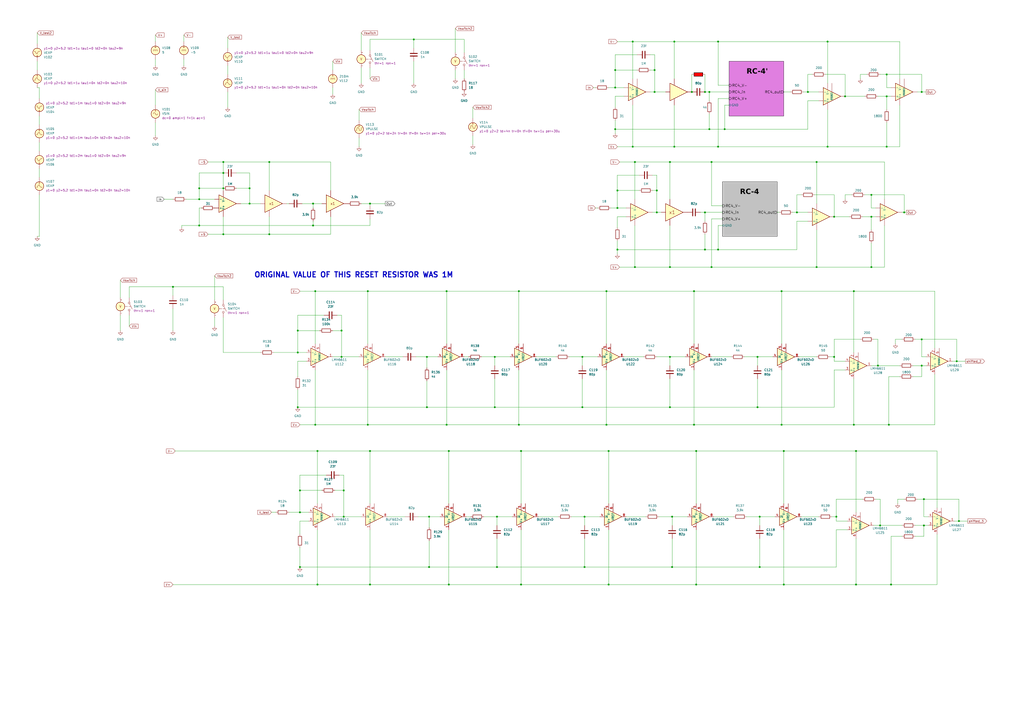
<source format=kicad_sch>
(kicad_sch (version 20230121) (generator eeschema)
  (paper "A2")
  (lib_symbols
    (symbol "Amplifier_Buffer:BUF602xD" (pin_names (offset 0.127))
      (property "Reference" "U" (at 6.35 2.54 0))
      (property "Value" "BUF602xD" (at 7.62 -2.54 0))
      (symbol "BUF602xD_1_1"
        (pin power_in line (at -2.54 7.62 270) (length 3.81) (name "V+") (number "1"))
        (pin no_connect line (at -5.08 5.08 0) (length 2.54) hide (name "NC") (number "2"))
        (pin no_connect line (at -5.08 2.54 0) (length 2.54) hide (name "NC") (number "3"))
        (pin input line (at -7.62 0 0) (length 2.54) (name "IN") (number "4"))
        (pin power_in line (at -2.54 -7.62 90) (length 3.81) (name "V-") (number "5"))
        (pin output line (at 0 -7.62 90) (length 5.08) (name "VREF") (number "6"))
        (pin no_connect line (at -5.08 -2.54 0) (length 2.54) hide (name "NC") (number "7"))
        (pin output line (at 7.62 0 180) (length 2.54) (name "~") (number "8"))
      )
    )
    (symbol "Amplifier_Operational:LMH6611" (pin_names (offset 0.127))
      (property "Reference" "U" (at 2.54 3.81 0))
      (property "Value" "LMH6611" (at 2.54 -3.81 0))
      (symbol "LMH6611_1_1"
        (pin output line (at 7.62 0 180) (length 2.54) (name "~") (number "1"))
        (pin power_in line (at -2.54 -7.62 90) (length 3.81) (name "V-") (number "2"))
        (pin input line (at -7.62 2.54 0) (length 2.54) (name "+") (number "3"))
        (pin input line (at -7.62 -2.54 0) (length 2.54) (name "-") (number "4"))
        (pin input line (at 0 -7.62 90) (length 5.08) (name "~{DISABLE}") (number "5"))
        (pin power_in line (at -2.54 7.62 270) (length 3.81) (name "V+") (number "6"))
      )
    )
    (symbol "BUF602xD_1" (pin_numbers hide) (pin_names (offset 0.127) hide)
      (symbol "BUF602xD_1_1_1"
        (text "x1" (at -1.27 0 0) (effects (font (size 2 2))))
        (pin power_in line (at -2.54 7.62 270) (length 3.81) (name "V+") (number "1"))
        (pin no_connect line (at -5.08 5.08 0) (length 2.54) hide (name "NC") (number "2"))
        (pin no_connect line (at -5.08 2.54 0) (length 2.54) hide (name "NC") (number "3"))
        (pin input line (at -7.62 0 0) (length 2.54) (name "IN") (number "4"))
        (pin power_in line (at -2.54 -7.62 90) (length 3.81) (name "V-") (number "5"))
        (pin no_connect line (at -5.08 -2.54 0) (length 2.54) hide (name "NC") (number "7"))
        (pin output line (at 7.62 0 180) (length 2.54) (name "~") (number "8"))
      )
    )
    (symbol "BUF602xD_2" (pin_numbers hide) (pin_names (offset 0.127) hide)
      (symbol "BUF602xD_2_1_1"
        (text "x1" (at -1.27 0 0) (effects (font (size 1.5 1.5))))
        (pin power_in line (at -2.54 7.62 270) (length 3.81) (name "V+") (number "1"))
        (pin no_connect line (at -5.08 5.08 0) (length 2.54) hide (name "NC") (number "2"))
        (pin no_connect line (at -5.08 2.54 0) (length 2.54) hide (name "NC") (number "3"))
        (pin input line (at -7.62 0 0) (length 2.54) (name "IN") (number "4"))
        (pin power_in line (at -2.54 -7.62 90) (length 3.81) (name "V-") (number "5"))
        (pin no_connect line (at -5.08 -2.54 0) (length 2.54) hide (name "NC") (number "7"))
        (pin output line (at 7.62 0 180) (length 2.54) (name "~") (number "8"))
      )
    )
    (symbol "BUF602xD_3" (pin_numbers hide) (pin_names (offset 0.127) hide)
      (symbol "BUF602xD_3_1_1"
        (pin power_in line (at -2.54 7.62 270) (length 3.81) (name "V+") (number "1"))
        (pin no_connect line (at -5.08 5.08 0) (length 2.54) hide (name "NC") (number "2"))
        (pin no_connect line (at -5.08 2.54 0) (length 2.54) hide (name "NC") (number "3"))
        (pin input line (at -7.62 0 0) (length 2.54) (name "IN") (number "4"))
        (pin power_in line (at -2.54 -7.62 90) (length 3.81) (name "V-") (number "5"))
        (pin no_connect line (at -5.08 -2.54 0) (length 2.54) hide (name "NC") (number "7"))
        (pin output line (at 7.62 0 180) (length 2.54) (name "~") (number "8"))
      )
    )
    (symbol "Device:C" (pin_numbers hide) (pin_names (offset 0.254))
      (property "Reference" "C" (at 0.635 2.54 0))
      (property "Value" "C" (at 0.635 -2.54 0))
      (symbol "C_1_1"
        (pin passive line (at 0 3.81 270) (length 2.794) (name "~") (number "1"))
        (pin passive line (at 0 -3.81 90) (length 2.794) (name "~") (number "2"))
      )
    )
    (symbol "Device:R" (pin_numbers hide) (pin_names (offset 0))
      (property "Reference" "R" (at 2.032 0 90))
      (property "Value" "R" (at 0 0 90))
      (symbol "R_1_1"
        (pin passive line (at 0 3.81 270) (length 1.27) (name "~") (number "1"))
        (pin passive line (at 0 -3.81 90) (length 1.27) (name "~") (number "2"))
      )
    )
    (symbol "LMH6611_1" (pin_numbers hide) (pin_names (offset 0.127))
      (symbol "LMH6611_1_1_1"
        (pin output line (at 7.62 0 180) (length 2.54) (name "~") (number "1"))
        (pin power_in line (at -2.54 -7.62 90) (length 3.81) (name "V-") (number "2"))
        (pin input line (at -7.62 2.54 0) (length 2.54) (name "+") (number "3"))
        (pin input line (at -7.62 -2.54 0) (length 2.54) (name "-") (number "4"))
        (pin power_in line (at -2.54 7.62 270) (length 3.81) (name "V+") (number "6"))
      )
    )
    (symbol "LMH6611_2" (pin_numbers hide) (pin_names (offset 0.127))
      (property "Reference" "U" (at 2.54 3.81 0))
      (property "Value" "LMH6611" (at 2.54 -3.81 0))
      (symbol "LMH6611_2_1_1"
        (pin output line (at 7.62 0 180) (length 2.54) (name "~") (number "1"))
        (pin power_in line (at -2.54 -7.62 90) (length 3.81) (name "V-") (number "2"))
        (pin input line (at -7.62 2.54 0) (length 2.54) (name "+") (number "3"))
        (pin input line (at -7.62 -2.54 0) (length 2.54) (name "-") (number "4"))
        (pin input line (at 0 -7.62 90) (length 5.08) (name "~{DISABLE}") (number "5"))
        (pin power_in line (at -2.54 7.62 270) (length 3.81) (name "V+") (number "6"))
      )
    )
    (symbol "LMH6611_3" (pin_numbers hide) (pin_names (offset 0.127))
      (property "Reference" "U" (at 2.54 3.81 0))
      (property "Value" "LMH6611" (at 2.54 -3.81 0))
      (symbol "LMH6611_3_1_1"
        (pin output line (at 7.62 0 180) (length 2.54) (name "~") (number "1"))
        (pin power_in line (at -2.54 -7.62 90) (length 3.81) (name "V-") (number "2"))
        (pin input line (at -7.62 2.54 0) (length 2.54) (name "+") (number "3"))
        (pin input line (at -7.62 -2.54 0) (length 2.54) (name "-") (number "4"))
        (pin input line (at 0 -7.62 90) (length 5.08) (name "~{DISABLE}") (number "5"))
        (pin power_in line (at -2.54 7.62 270) (length 3.81) (name "V+") (number "6"))
      )
    )
    (symbol "LMH6611_4" (pin_numbers hide) (pin_names (offset 0.127))
      (property "Reference" "U" (at 2.54 3.81 0))
      (property "Value" "LMH6611" (at 2.54 -3.81 0))
      (symbol "LMH6611_4_1_1"
        (pin output line (at 7.62 0 180) (length 2.54) (name "~") (number "1"))
        (pin power_in line (at -2.54 -7.62 90) (length 3.81) (name "V-") (number "2"))
        (pin input line (at -7.62 2.54 0) (length 2.54) (name "+") (number "3"))
        (pin input line (at -7.62 -2.54 0) (length 2.54) (name "-") (number "4"))
        (pin input line (at 0 -7.62 90) (length 5.08) (name "~{DISABLE}") (number "5"))
        (pin power_in line (at -2.54 7.62 270) (length 3.81) (name "V+") (number "6"))
      )
    )
    (symbol "LMH6611_5" (pin_numbers hide) (pin_names (offset 0.127))
      (symbol "LMH6611_5_1_1"
        (pin output line (at 7.62 0 180) (length 2.54) (name "~") (number "1"))
        (pin power_in line (at -2.54 -7.62 90) (length 3.81) (name "V-") (number "2"))
        (pin input line (at -7.62 2.54 0) (length 2.54) (name "+") (number "3"))
        (pin input line (at -7.62 -2.54 0) (length 2.54) (name "-") (number "4"))
        (pin power_in line (at -2.54 7.62 270) (length 3.81) (name "V+") (number "6"))
      )
    )
    (symbol "LMH6611_6" (pin_numbers hide) (pin_names (offset 0.127))
      (symbol "LMH6611_6_1_1"
        (pin output line (at 7.62 0 180) (length 2.54) (name "~") (number "1"))
        (pin power_in line (at -2.54 -7.62 90) (length 3.81) (name "V-") (number "2"))
        (pin input line (at -7.62 2.54 0) (length 2.54) (name "+") (number "3"))
        (pin input line (at -7.62 -2.54 0) (length 2.54) (name "-") (number "4"))
        (pin power_in line (at -2.54 7.62 270) (length 3.81) (name "V+") (number "6"))
      )
    )
    (symbol "LMH6611_7" (pin_numbers hide) (pin_names (offset 0.127))
      (symbol "LMH6611_7_1_1"
        (pin output line (at 7.62 0 180) (length 2.54) (name "~") (number "1"))
        (pin power_in line (at -2.54 -7.62 90) (length 3.81) (name "V-") (number "2"))
        (pin input line (at -7.62 2.54 0) (length 2.54) (name "+") (number "3"))
        (pin input line (at -7.62 -2.54 0) (length 2.54) (name "-") (number "4"))
        (pin power_in line (at -2.54 7.62 270) (length 3.81) (name "V+") (number "6"))
      )
    )
    (symbol "R_1" (pin_numbers hide) (pin_names (offset 0))
      (symbol "R_1_1_1"
        (pin passive line (at 0 3.81 270) (length 1.27) (name "~") (number "1"))
        (pin passive line (at 0 -3.81 90) (length 1.27) (name "~") (number "2"))
      )
    )
    (symbol "Simulation_SPICE:SWITCH" (pin_numbers hide) (pin_names (offset 1.016) hide)
      (property "Reference" "S" (at 2.54 2.54 0))
      (property "Value" "SWITCH" (at 2.54 0 0))
      (property "Sim.Params" "thr=0 ron=1" (at 2.54 -2.54 0))
      (symbol "SWITCH_1_1"
        (text "V" (at -5.08 0 0) (effects (font (size 1.27 1.27))))
        (pin passive line (at 0 5.08 270) (length 2.54) (name "N+") (number "1"))
        (pin passive line (at 0 -5.08 90) (length 2.54) (name "N-") (number "2"))
        (pin input line (at -5.08 5.08 270) (length 2.54) (name "C+") (number "3"))
        (pin input line (at -5.08 -5.08 90) (length 2.54) (name "C-") (number "4"))
      )
    )
    (symbol "Simulation_SPICE:VDC" (pin_numbers hide) (pin_names (offset 0.0254))
      (property "Reference" "V" (at 2.54 2.54 0))
      (property "Value" "1" (at 2.54 0 0))
      (symbol "VDC_0_0"
        (text "+" (at 0 1.905 0) (effects (font (size 1.27 1.27))))
      )
      (symbol "VDC_1_1"
        (pin passive line (at 0 5.08 270) (length 2.54) (name "~") (number "1"))
        (pin passive line (at 0 -5.08 90) (length 2.54) (name "~") (number "2"))
      )
    )
    (symbol "Simulation_SPICE:VEXP" (pin_numbers hide) (pin_names (offset 0.0254))
      (property "Reference" "V" (at 2.54 2.54 0))
      (property "Value" "VEXP" (at 2.54 0 0))
      (property "Sim.Params" "y1=0 y2=1 td1=2n tau1=30n td2=60n tau2=40n" (at 2.54 -2.54 0))
      (symbol "VEXP_0_0"
        (text "+" (at 0 1.905 0) (effects (font (size 1.27 1.27))))
      )
      (symbol "VEXP_1_1"
        (pin passive line (at 0 5.08 270) (length 2.54) (name "~") (number "1"))
        (pin passive line (at 0 -5.08 90) (length 2.54) (name "~") (number "2"))
      )
    )
    (symbol "Simulation_SPICE:VPULSE" (pin_numbers hide) (pin_names (offset 0.0254))
      (property "Reference" "V" (at 2.54 2.54 0))
      (property "Value" "VPULSE" (at 2.54 0 0))
      (property "Sim.Params" "y1=0 y2=1 td=2n tr=2n tf=2n tw=50n per=100n" (at 2.54 -2.54 0))
      (symbol "VPULSE_0_0"
        (text "+" (at 0 1.905 0) (effects (font (size 1.27 1.27))))
      )
      (symbol "VPULSE_1_1"
        (pin passive line (at 0 5.08 270) (length 2.54) (name "~") (number "1"))
        (pin passive line (at 0 -5.08 90) (length 2.54) (name "~") (number "2"))
      )
    )
    (symbol "Simulation_SPICE:VSIN" (pin_numbers hide) (pin_names (offset 0.0254))
      (property "Reference" "V" (at 2.54 2.54 0))
      (property "Value" "VSIN" (at 2.54 0 0))
      (property "Sim.Params" "dc=0 ampl=1 f=1k ac=1" (at 2.54 -2.54 0))
      (symbol "VSIN_0_0"
        (text "+" (at 0 1.905 0) (effects (font (size 1.27 1.27))))
      )
      (symbol "VSIN_1_1"
        (pin passive line (at 0 5.08 270) (length 2.54) (name "~") (number "1"))
        (pin passive line (at 0 -5.08 90) (length 2.54) (name "~") (number "2"))
      )
    )
    (symbol "power:GND" (power) (pin_names (offset 0))
      (property "Value" "GND" (at 0 -3.81 0))
      (symbol "GND_1_1"
        (pin power_in line (at 0 0 270) (length 0) hide (name "GND") (number "1"))
      )
    )
  )
  (junction (at 483.87 125.73))
  (junction (at 381 110.49))
  (junction (at 356.87 74.93))
  (junction (at 184.15 339.09))
  (junction (at 505.46 154.94))
  (junction (at 408.94 144.78))
  (junction (at 129.54 93.98))
  (junction (at 198.12 191.77))
  (junction (at 240.03 22.86))
  (junction (at 259.08 168.91))
  (junction (at 416.56 24.13))
  (junction (at 339.09 299.72))
  (junction (at 288.29 328.93))
  (junction (at 420.37 74.93))
  (junction (at 454.66 261.62))
  (junction (at 379.73 40.64))
  (junction (at 388.62 154.94))
  (junction (at 144.78 109.22))
  (junction (at 535.94 289.56))
  (junction (at 496.57 261.62))
  (junction (at 213.36 246.38))
  (junction (at 483.87 207.01))
  (junction (at 505.46 113.03))
  (junction (at 368.3 93.98))
  (junction (at 248.92 299.72))
  (junction (at 358.14 110.49))
  (junction (at 173.99 297.18))
  (junction (at 198.12 207.01))
  (junction (at 440.69 299.72))
  (junction (at 454.66 339.09))
  (junction (at 389.89 299.72))
  (junction (at 505.46 125.73))
  (junction (at 214.63 118.11))
  (junction (at 337.82 207.01))
  (junction (at 337.82 236.22))
  (junction (at 516.89 339.09))
  (junction (at 388.62 207.01))
  (junction (at 439.42 207.01))
  (junction (at 401.32 53.34))
  (junction (at 173.99 284.48))
  (junction (at 129.54 109.22))
  (junction (at 156.21 135.89))
  (junction (at 356.87 50.8))
  (junction (at 182.88 246.38))
  (junction (at 524.51 123.19))
  (junction (at 115.57 109.22))
  (junction (at 535.94 304.8))
  (junction (at 514.35 55.88))
  (junction (at 403.86 339.09))
  (junction (at 259.08 246.38))
  (junction (at 495.3 168.91))
  (junction (at 462.28 123.19))
  (junction (at 439.42 236.22))
  (junction (at 144.78 118.11))
  (junction (at 173.99 328.93))
  (junction (at 402.59 246.38))
  (junction (at 440.69 328.93))
  (junction (at 181.61 130.81))
  (junction (at 515.62 246.38))
  (junction (at 181.61 118.11))
  (junction (at 115.57 115.57))
  (junction (at 381 123.19))
  (junction (at 368.3 154.94))
  (junction (at 199.39 284.48))
  (junction (at 468.63 53.34))
  (junction (at 556.26 302.26))
  (junction (at 172.72 191.77))
  (junction (at 473.71 93.98))
  (junction (at 172.72 236.22))
  (junction (at 509.27 212.09))
  (junction (at 534.67 53.34))
  (junction (at 351.79 168.91))
  (junction (at 300.99 246.38))
  (junction (at 129.54 135.89))
  (junction (at 389.89 328.93))
  (junction (at 411.48 53.34))
  (junction (at 358.14 120.65))
  (junction (at 199.39 299.72))
  (junction (at 490.22 55.88))
  (junction (at 213.36 168.91))
  (junction (at 300.99 168.91))
  (junction (at 408.94 53.34))
  (junction (at 402.59 168.91))
  (junction (at 367.03 85.09))
  (junction (at 412.75 154.94))
  (junction (at 391.16 85.09))
  (junction (at 391.16 24.13))
  (junction (at 510.54 304.8))
  (junction (at 214.63 261.62))
  (junction (at 214.63 339.09))
  (junction (at 453.39 168.91))
  (junction (at 453.39 246.38))
  (junction (at 480.06 85.09))
  (junction (at 339.09 328.93))
  (junction (at 485.14 299.72))
  (junction (at 287.02 236.22))
  (junction (at 496.57 339.09))
  (junction (at 351.79 246.38))
  (junction (at 388.62 236.22))
  (junction (at 129.54 100.33))
  (junction (at 260.35 261.62))
  (junction (at 367.03 24.13))
  (junction (at 182.88 168.91))
  (junction (at 247.65 207.01))
  (junction (at 534.67 196.85))
  (junction (at 416.56 144.78))
  (junction (at 356.87 40.64))
  (junction (at 411.48 74.93))
  (junction (at 115.57 130.81))
  (junction (at 247.65 236.22))
  (junction (at 480.06 24.13))
  (junction (at 156.21 93.98))
  (junction (at 379.73 53.34))
  (junction (at 554.99 209.55))
  (junction (at 302.26 261.62))
  (junction (at 184.15 261.62))
  (junction (at 100.33 166.37))
  (junction (at 353.06 339.09))
  (junction (at 412.75 93.98))
  (junction (at 534.67 212.09))
  (junction (at 388.62 93.98))
  (junction (at 353.06 261.62))
  (junction (at 248.92 328.93))
  (junction (at 358.14 144.78))
  (junction (at 287.02 207.01))
  (junction (at 514.35 43.18))
  (junction (at 172.72 204.47))
  (junction (at 495.3 246.38))
  (junction (at 260.35 339.09))
  (junction (at 514.35 85.09))
  (junction (at 302.26 339.09))
  (junction (at 288.29 299.72))
  (junction (at 408.94 123.19))
  (junction (at 403.86 261.62))
  (junction (at 473.71 154.94))
  (junction (at 416.56 85.09))
  (wire (pts (xy 505.46 140.97) (xy 505.46 154.94)))
  (wire (pts (xy 485.14 289.56) (xy 500.38 289.56)))
  (wire (pts (xy 345.44 120.65) (xy 346.71 120.65)))
  (wire (pts (xy 468.63 53.34) (xy 474.98 53.34)))
  (wire (pts (xy 356.87 40.64) (xy 356.87 50.8)))
  (wire (pts (xy 356.87 55.88) (xy 356.87 62.23)))
  (wire (pts (xy 473.71 93.98) (xy 513.08 93.98)))
  (wire (pts (xy 106.68 20.32) (xy 106.68 24.13)))
  (wire (pts (xy 514.35 55.88) (xy 514.35 63.5)))
  (wire (pts (xy 454.66 53.34) (xy 458.47 53.34)))
  (wire (pts (xy 214.63 118.11) (xy 214.63 119.38)))
  (wire (pts (xy 167.64 297.18) (xy 173.99 297.18)))
  (wire (pts (xy 214.63 22.86) (xy 240.03 22.86)))
  (wire (pts (xy 391.16 60.96) (xy 391.16 85.09)))
  (wire (pts (xy 534.67 43.18) (xy 534.67 53.34)))
  (wire (pts (xy 101.6 261.62) (xy 184.15 261.62)))
  (wire (pts (xy 248.92 313.69) (xy 248.92 328.93)))
  (wire (pts (xy 173.99 246.38) (xy 182.88 246.38)))
  (wire (pts (xy 214.63 339.09) (xy 260.35 339.09)))
  (wire (pts (xy 416.56 49.53) (xy 416.56 24.13)))
  (wire (pts (xy 90.17 52.07) (xy 90.17 60.96)))
  (wire (pts (xy 505.46 125.73) (xy 505.46 133.35)))
  (wire (pts (xy 542.29 168.91) (xy 495.3 168.91)))
  (wire (pts (xy 22.86 57.15) (xy 22.86 50.8)))
  (wire (pts (xy 129.54 93.98) (xy 129.54 100.33)))
  (wire (pts (xy 280.67 299.72) (xy 288.29 299.72)))
  (wire (pts (xy 247.65 220.98) (xy 247.65 236.22)))
  (wire (pts (xy 213.36 214.63) (xy 213.36 246.38)))
  (wire (pts (xy 412.75 93.98) (xy 473.71 93.98)))
  (wire (pts (xy 351.79 168.91) (xy 351.79 199.39)))
  (wire (pts (xy 356.87 74.93) (xy 356.87 77.47)))
  (wire (pts (xy 440.69 299.72) (xy 449.58 299.72)))
  (wire (pts (xy 514.35 71.12) (xy 514.35 85.09)))
  (wire (pts (xy 468.63 58.42) (xy 468.63 74.93)))
  (wire (pts (xy 300.99 246.38) (xy 351.79 246.38)))
  (wire (pts (xy 115.57 109.22) (xy 129.54 109.22)))
  (wire (pts (xy 485.14 299.72) (xy 485.14 289.56)))
  (wire (pts (xy 510.54 289.56) (xy 508 289.56)))
  (wire (pts (xy 515.62 246.38) (xy 495.3 246.38)))
  (wire (pts (xy 389.89 299.72) (xy 389.89 304.8)))
  (wire (pts (xy 483.87 236.22) (xy 439.42 236.22)))
  (wire (pts (xy 69.85 182.88) (xy 69.85 191.77)))
  (wire (pts (xy 378.46 110.49) (xy 381 110.49)))
  (wire (pts (xy 300.99 168.91) (xy 351.79 168.91)))
  (wire (pts (xy 490.22 55.88) (xy 501.65 55.88)))
  (wire (pts (xy 381 123.19) (xy 383.54 123.19)))
  (wire (pts (xy 556.26 302.26) (xy 561.34 302.26)))
  (wire (pts (xy 483.87 207.01) (xy 483.87 196.85)))
  (wire (pts (xy 156.21 135.89) (xy 191.77 135.89)))
  (wire (pts (xy 462.28 113.03) (xy 464.82 113.03)))
  (wire (pts (xy 339.09 299.72) (xy 339.09 304.8)))
  (wire (pts (xy 240.03 35.56) (xy 240.03 48.26)))
  (wire (pts (xy 370.84 101.6) (xy 358.14 101.6)))
  (wire (pts (xy 213.36 168.91) (xy 213.36 199.39)))
  (wire (pts (xy 367.03 24.13) (xy 358.14 24.13)))
  (wire (pts (xy 513.08 130.81) (xy 513.08 154.94)))
  (wire (pts (xy 509.27 212.09) (xy 521.97 212.09)))
  (wire (pts (xy 463.55 207.01) (xy 473.71 207.01)))
  (wire (pts (xy 440.69 299.72) (xy 440.69 304.8)))
  (wire (pts (xy 22.86 137.16) (xy 21.59 137.16)))
  (wire (pts (xy 411.48 53.34) (xy 411.48 58.42)))
  (wire (pts (xy 391.16 85.09) (xy 416.56 85.09)))
  (wire (pts (xy 473.71 93.98) (xy 473.71 118.11)))
  (wire (pts (xy 199.39 275.59) (xy 199.39 284.48)))
  (wire (pts (xy 242.57 299.72) (xy 248.92 299.72)))
  (wire (pts (xy 105.41 130.81) (xy 115.57 130.81)))
  (wire (pts (xy 129.54 125.73) (xy 129.54 135.89)))
  (wire (pts (xy 379.73 31.75) (xy 379.73 40.64)))
  (wire (pts (xy 173.99 275.59) (xy 173.99 284.48)))
  (wire (pts (xy 408.94 123.19) (xy 408.94 128.27)))
  (wire (pts (xy 356.87 50.8) (xy 361.95 50.8)))
  (wire (pts (xy 388.62 154.94) (xy 412.75 154.94)))
  (wire (pts (xy 403.86 261.62) (xy 454.66 261.62)))
  (wire (pts (xy 453.39 168.91) (xy 453.39 199.39)))
  (wire (pts (xy 529.59 218.44) (xy 534.67 218.44)))
  (wire (pts (xy 535.94 304.8) (xy 538.48 304.8)))
  (wire (pts (xy 287.02 219.71) (xy 287.02 236.22)))
  (wire (pts (xy 356.87 40.64) (xy 369.57 40.64)))
  (wire (pts (xy 502.92 43.18) (xy 499.11 43.18)))
  (wire (pts (xy 462.28 128.27) (xy 462.28 144.78)))
  (wire (pts (xy 369.57 31.75) (xy 356.87 31.75)))
  (wire (pts (xy 172.72 226.06) (xy 172.72 236.22)))
  (wire (pts (xy 462.28 123.19) (xy 462.28 113.03)))
  (wire (pts (xy 481.33 207.01) (xy 483.87 207.01)))
  (wire (pts (xy 189.23 275.59) (xy 173.99 275.59)))
  (wire (pts (xy 358.14 110.49) (xy 358.14 120.65)))
  (wire (pts (xy 358.14 85.09) (xy 367.03 85.09)))
  (wire (pts (xy 524.51 123.19) (xy 525.78 123.19)))
  (wire (pts (xy 287.02 207.01) (xy 287.02 212.09)))
  (wire (pts (xy 105.41 130.81) (xy 105.41 132.08)))
  (wire (pts (xy 199.39 299.72) (xy 209.55 299.72)))
  (wire (pts (xy 194.31 284.48) (xy 199.39 284.48)))
  (wire (pts (xy 264.16 40.64) (xy 264.16 45.72)))
  (wire (pts (xy 115.57 120.65) (xy 115.57 130.81)))
  (wire (pts (xy 453.39 214.63) (xy 453.39 246.38)))
  (wire (pts (xy 144.78 109.22) (xy 144.78 118.11)))
  (wire (pts (xy 402.59 246.38) (xy 453.39 246.38)))
  (wire (pts (xy 367.03 60.96) (xy 367.03 85.09)))
  (wire (pts (xy 358.14 125.73) (xy 358.14 132.08)))
  (wire (pts (xy 182.88 168.91) (xy 213.36 168.91)))
  (wire (pts (xy 208.28 80.01) (xy 208.28 85.09)))
  (wire (pts (xy 181.61 118.11) (xy 181.61 120.65)))
  (wire (pts (xy 381 123.19) (xy 378.46 123.19)))
  (wire (pts (xy 535.94 289.56) (xy 535.94 299.72)))
  (wire (pts (xy 402.59 214.63) (xy 402.59 246.38)))
  (wire (pts (xy 538.48 299.72) (xy 535.94 299.72)))
  (wire (pts (xy 312.42 299.72) (xy 323.85 299.72)))
  (wire (pts (xy 187.96 182.88) (xy 172.72 182.88)))
  (wire (pts (xy 214.63 307.34) (xy 214.63 339.09)))
  (wire (pts (xy 209.55 39.37) (xy 209.55 48.26)))
  (wire (pts (xy 182.88 214.63) (xy 182.88 246.38)))
  (wire (pts (xy 129.54 184.15) (xy 129.54 204.47)))
  (wire (pts (xy 509.27 196.85) (xy 509.27 212.09)))
  (wire (pts (xy 173.99 328.93) (xy 248.92 328.93)))
  (wire (pts (xy 166.37 118.11) (xy 167.64 118.11)))
  (wire (pts (xy 106.68 34.29) (xy 106.68 38.1)))
  (wire (pts (xy 353.06 339.09) (xy 403.86 339.09)))
  (wire (pts (xy 554.99 196.85) (xy 554.99 209.55)))
  (wire (pts (xy 344.17 50.8) (xy 345.44 50.8)))
  (wire (pts (xy 193.04 35.56) (xy 193.04 40.64)))
  (wire (pts (xy 144.78 100.33) (xy 144.78 109.22)))
  (wire (pts (xy 535.94 289.56) (xy 556.26 289.56)))
  (wire (pts (xy 337.82 219.71) (xy 337.82 236.22)))
  (wire (pts (xy 74.93 182.88) (xy 74.93 189.23)))
  (wire (pts (xy 379.73 53.34) (xy 377.19 53.34)))
  (wire (pts (xy 381 101.6) (xy 378.46 101.6)))
  (wire (pts (xy 379.73 53.34) (xy 386.08 53.34)))
  (wire (pts (xy 556.26 289.56) (xy 556.26 302.26)))
  (wire (pts (xy 100.33 166.37) (xy 129.54 166.37)))
  (wire (pts (xy 356.87 31.75) (xy 356.87 40.64)))
  (wire (pts (xy 491.49 307.34) (xy 485.14 307.34)))
  (wire (pts (xy 214.63 261.62) (xy 214.63 292.1)))
  (wire (pts (xy 505.46 154.94) (xy 513.08 154.94)))
  (wire (pts (xy 403.86 261.62) (xy 403.86 292.1)))
  (wire (pts (xy 534.67 196.85) (xy 534.67 207.01)))
  (wire (pts (xy 129.54 100.33) (xy 115.57 100.33)))
  (wire (pts (xy 330.2 207.01) (xy 337.82 207.01)))
  (wire (pts (xy 490.22 43.18) (xy 490.22 55.88)))
  (wire (pts (xy 247.65 207.01) (xy 254 207.01)))
  (wire (pts (xy 412.75 127) (xy 412.75 154.94)))
  (wire (pts (xy 468.63 53.34) (xy 468.63 43.18)))
  (wire (pts (xy 381 110.49) (xy 381 123.19)))
  (wire (pts (xy 120.65 135.89) (xy 129.54 135.89)))
  (wire (pts (xy 379.73 31.75) (xy 377.19 31.75)))
  (wire (pts (xy 353.06 50.8) (xy 356.87 50.8)))
  (wire (pts (xy 339.09 312.42) (xy 339.09 328.93)))
  (wire (pts (xy 422.91 60.96) (xy 420.37 60.96)))
  (wire (pts (xy 408.94 53.34) (xy 411.48 53.34)))
  (wire (pts (xy 439.42 207.01) (xy 448.31 207.01)))
  (wire (pts (xy 389.89 312.42) (xy 389.89 328.93)))
  (wire (pts (xy 339.09 328.93) (xy 389.89 328.93)))
  (wire (pts (xy 288.29 328.93) (xy 339.09 328.93)))
  (wire (pts (xy 172.72 182.88) (xy 172.72 191.77)))
  (wire (pts (xy 137.16 100.33) (xy 144.78 100.33)))
  (wire (pts (xy 247.65 236.22) (xy 287.02 236.22)))
  (wire (pts (xy 129.54 100.33) (xy 129.54 109.22)))
  (wire (pts (xy 454.66 339.09) (xy 496.57 339.09)))
  (wire (pts (xy 339.09 299.72) (xy 347.98 299.72)))
  (wire (pts (xy 173.99 297.18) (xy 179.07 297.18)))
  (wire (pts (xy 115.57 100.33) (xy 115.57 109.22)))
  (wire (pts (xy 537.21 207.01) (xy 534.67 207.01)))
  (wire (pts (xy 213.36 246.38) (xy 259.08 246.38)))
  (wire (pts (xy 144.78 118.11) (xy 151.13 118.11)))
  (wire (pts (xy 172.72 209.55) (xy 172.72 218.44)))
  (wire (pts (xy 534.67 196.85) (xy 530.86 196.85)))
  (wire (pts (xy 509.27 196.85) (xy 506.73 196.85)))
  (wire (pts (xy 124.46 160.02) (xy 124.46 173.99)))
  (wire (pts (xy 351.79 246.38) (xy 402.59 246.38)))
  (wire (pts (xy 367.03 24.13) (xy 391.16 24.13)))
  (wire (pts (xy 22.86 50.8) (xy 21.59 50.8)))
  (wire (pts (xy 302.26 307.34) (xy 302.26 339.09)))
  (wire (pts (xy 181.61 128.27) (xy 181.61 130.81)))
  (wire (pts (xy 433.07 299.72) (xy 440.69 299.72)))
  (wire (pts (xy 213.36 168.91) (xy 259.08 168.91)))
  (wire (pts (xy 156.21 93.98) (xy 156.21 110.49)))
  (wire (pts (xy 21.59 35.56) (xy 21.59 40.64)))
  (wire (pts (xy 514.35 85.09) (xy 521.97 85.09)))
  (wire (pts (xy 361.95 207.01) (xy 373.38 207.01)))
  (wire (pts (xy 363.22 125.73) (xy 358.14 125.73)))
  (wire (pts (xy 120.65 93.98) (xy 129.54 93.98)))
  (wire (pts (xy 468.63 128.27) (xy 462.28 128.27)))
  (wire (pts (xy 416.56 24.13) (xy 480.06 24.13)))
  (wire (pts (xy 260.35 339.09) (xy 260.35 307.34)))
  (wire (pts (xy 534.67 212.09) (xy 534.67 218.44)))
  (wire (pts (xy 403.86 307.34) (xy 403.86 339.09)))
  (wire (pts (xy 270.51 299.72) (xy 273.05 299.72)))
  (wire (pts (xy 388.62 93.98) (xy 388.62 115.57)))
  (wire (pts (xy 358.14 144.78) (xy 358.14 147.32)))
  (wire (pts (xy 520.7 289.56) (xy 520.7 292.1)))
  (wire (pts (xy 288.29 299.72) (xy 288.29 304.8)))
  (wire (pts (xy 411.48 66.04) (xy 411.48 74.93)))
  (wire (pts (xy 287.02 236.22) (xy 337.82 236.22)))
  (wire (pts (xy 534.67 196.85) (xy 554.99 196.85)))
  (wire (pts (xy 209.55 118.11) (xy 214.63 118.11)))
  (wire (pts (xy 368.3 130.81) (xy 368.3 154.94)))
  (wire (pts (xy 129.54 135.89) (xy 156.21 135.89)))
  (wire (pts (xy 351.79 214.63) (xy 351.79 246.38)))
  (wire (pts (xy 182.88 168.91) (xy 173.99 168.91)))
  (wire (pts (xy 483.87 214.63) (xy 483.87 236.22)))
  (wire (pts (xy 269.24 22.86) (xy 269.24 30.48)))
  (wire (pts (xy 542.29 201.93) (xy 542.29 168.91)))
  (wire (pts (xy 419.1 119.38) (xy 412.75 119.38)))
  (wire (pts (xy 129.54 109.22) (xy 129.54 110.49)))
  (wire (pts (xy 473.71 154.94) (xy 505.46 154.94)))
  (wire (pts (xy 191.77 135.89) (xy 191.77 125.73)))
  (wire (pts (xy 515.62 218.44) (xy 521.97 218.44)))
  (wire (pts (xy 388.62 207.01) (xy 388.62 212.09)))
  (wire (pts (xy 100.33 179.07) (xy 100.33 191.77)))
  (wire (pts (xy 137.16 109.22) (xy 144.78 109.22)))
  (wire (pts (xy 495.3 168.91) (xy 495.3 204.47)))
  (wire (pts (xy 422.91 57.15) (xy 416.56 57.15)))
  (wire (pts (xy 552.45 209.55) (xy 554.99 209.55)))
  (wire (pts (xy 358.14 144.78) (xy 408.94 144.78)))
  (wire (pts (xy 21.59 19.05) (xy 21.59 25.4)))
  (wire (pts (xy 198.12 207.01) (xy 193.04 207.01)))
  (wire (pts (xy 483.87 113.03) (xy 483.87 125.73)))
  (wire (pts (xy 377.19 40.64) (xy 379.73 40.64)))
  (wire (pts (xy 172.72 191.77) (xy 185.42 191.77)))
  (wire (pts (xy 172.72 191.77) (xy 172.72 204.47)))
  (wire (pts (xy 74.93 172.72) (xy 74.93 166.37)))
  (wire (pts (xy 248.92 299.72) (xy 248.92 306.07)))
  (wire (pts (xy 198.12 182.88) (xy 198.12 191.77)))
  (wire (pts (xy 490.22 113.03) (xy 490.22 115.57)))
  (wire (pts (xy 490.22 214.63) (xy 483.87 214.63)))
  (wire (pts (xy 248.92 299.72) (xy 255.27 299.72)))
  (wire (pts (xy 367.03 24.13) (xy 367.03 45.72)))
  (wire (pts (xy 144.78 118.11) (xy 139.7 118.11)))
  (wire (pts (xy 132.08 21.59) (xy 132.08 27.94)))
  (wire (pts (xy 259.08 246.38) (xy 259.08 214.63)))
  (wire (pts (xy 514.35 43.18) (xy 534.67 43.18)))
  (wire (pts (xy 499.11 43.18) (xy 499.11 45.72)))
  (wire (pts (xy 554.99 209.55) (xy 560.07 209.55)))
  (wire (pts (xy 401.32 43.18) (xy 401.32 53.34)))
  (wire (pts (xy 195.58 182.88) (xy 198.12 182.88)))
  (wire (pts (xy 532.13 53.34) (xy 534.67 53.34)))
  (wire (pts (xy 287.02 207.01) (xy 295.91 207.01)))
  (wire (pts (xy 454.66 307.34) (xy 454.66 339.09)))
  (wire (pts (xy 416.56 144.78) (xy 462.28 144.78)))
  (wire (pts (xy 311.15 207.01) (xy 322.58 207.01)))
  (wire (pts (xy 464.82 299.72) (xy 474.98 299.72)))
  (wire (pts (xy 453.39 168.91) (xy 495.3 168.91)))
  (wire (pts (xy 408.94 144.78) (xy 416.56 144.78)))
  (wire (pts (xy 173.99 284.48) (xy 186.69 284.48)))
  (wire (pts (xy 193.04 50.8) (xy 193.04 54.61)))
  (wire (pts (xy 368.3 154.94) (xy 388.62 154.94)))
  (wire (pts (xy 302.26 261.62) (xy 353.06 261.62)))
  (wire (pts (xy 419.1 130.81) (xy 416.56 130.81)))
  (wire (pts (xy 495.3 219.71) (xy 495.3 246.38)))
  (wire (pts (xy 302.26 339.09) (xy 353.06 339.09)))
  (wire (pts (xy 480.06 24.13) (xy 480.06 48.26)))
  (wire (pts (xy 412.75 207.01) (xy 424.18 207.01)))
  (wire (pts (xy 184.15 261.62) (xy 184.15 292.1)))
  (wire (pts (xy 157.48 297.18) (xy 160.02 297.18)))
  (wire (pts (xy 288.29 312.42) (xy 288.29 328.93)))
  (wire (pts (xy 356.87 74.93) (xy 411.48 74.93)))
  (wire (pts (xy 505.46 113.03) (xy 501.65 113.03)))
  (wire (pts (xy 453.39 246.38) (xy 495.3 246.38)))
  (wire (pts (xy 521.97 45.72) (xy 521.97 24.13)))
  (wire (pts (xy 466.09 53.34) (xy 468.63 53.34)))
  (wire (pts (xy 420.37 60.96) (xy 420.37 74.93)))
  (wire (pts (xy 480.06 24.13) (xy 521.97 24.13)))
  (wire (pts (xy 408.94 43.18) (xy 408.94 53.34)))
  (wire (pts (xy 184.15 261.62) (xy 214.63 261.62)))
  (wire (pts (xy 181.61 130.81) (xy 214.63 130.81)))
  (wire (pts (xy 248.92 328.93) (xy 288.29 328.93)))
  (wire (pts (xy 300.99 168.91) (xy 300.99 199.39)))
  (wire (pts (xy 199.39 299.72) (xy 194.31 299.72)))
  (wire (pts (xy 411.48 74.93) (xy 420.37 74.93)))
  (wire (pts (xy 388.62 236.22) (xy 439.42 236.22)))
  (wire (pts (xy 513.08 115.57) (xy 513.08 93.98)))
  (wire (pts (xy 402.59 168.91) (xy 453.39 168.91)))
  (wire (pts (xy 337.82 207.01) (xy 337.82 212.09)))
  (wire (pts (xy 269.24 40.64) (xy 269.24 45.72)))
  (wire (pts (xy 483.87 125.73) (xy 492.76 125.73)))
  (wire (pts (xy 358.14 101.6) (xy 358.14 110.49)))
  (wire (pts (xy 208.28 63.5) (xy 208.28 69.85)))
  (wire (pts (xy 483.87 113.03) (xy 472.44 113.03)))
  (wire (pts (xy 379.73 40.64) (xy 379.73 53.34)))
  (wire (pts (xy 90.17 71.12) (xy 90.17 78.74)))
  (wire (pts (xy 247.65 207.01) (xy 247.65 213.36)))
  (wire (pts (xy 22.86 97.79) (xy 22.86 102.87)))
  (wire (pts (xy 191.77 93.98) (xy 191.77 110.49)))
  (wire (pts (xy 173.99 302.26) (xy 173.99 309.88)))
  (wire (pts (xy 156.21 125.73) (xy 156.21 135.89)))
  (wire (pts (xy 223.52 207.01) (xy 233.68 207.01)))
  (wire (pts (xy 193.04 191.77) (xy 198.12 191.77)))
  (wire (pts (xy 337.82 207.01) (xy 346.71 207.01)))
  (wire (pts (xy 468.63 43.18) (xy 471.17 43.18)))
  (wire (pts (xy 241.3 207.01) (xy 247.65 207.01)))
  (wire (pts (xy 422.91 49.53) (xy 416.56 49.53)))
  (wire (pts (xy 408.94 135.89) (xy 408.94 144.78)))
  (wire (pts (xy 509.27 212.09) (xy 505.46 212.09)))
  (wire (pts (xy 177.8 209.55) (xy 172.72 209.55)))
  (wire (pts (xy 389.89 299.72) (xy 398.78 299.72)))
  (wire (pts (xy 553.72 302.26) (xy 556.26 302.26)))
  (wire (pts (xy 260.35 292.1) (xy 260.35 261.62)))
  (wire (pts (xy 22.86 113.03) (xy 22.86 137.16)))
  (wire (pts (xy 184.15 339.09) (xy 214.63 339.09)))
  (wire (pts (xy 181.61 118.11) (xy 186.69 118.11)))
  (wire (pts (xy 240.03 22.86) (xy 269.24 22.86)))
  (wire (pts (xy 408.94 123.19) (xy 419.1 123.19)))
  (wire (pts (xy 198.12 207.01) (xy 208.28 207.01)))
  (wire (pts (xy 22.86 82.55) (xy 22.86 87.63)))
  (wire (pts (xy 439.42 219.71) (xy 439.42 236.22)))
  (wire (pts (xy 381 207.01) (xy 388.62 207.01)))
  (wire (pts (xy 259.08 199.39) (xy 259.08 168.91)))
  (wire (pts (xy 115.57 109.22) (xy 115.57 115.57)))
  (wire (pts (xy 363.22 299.72) (xy 374.65 299.72)))
  (wire (pts (xy 274.32 62.23) (xy 274.32 68.58)))
  (wire (pts (xy 116.84 120.65) (xy 115.57 120.65)))
  (wire (pts (xy 473.71 133.35) (xy 473.71 154.94)))
  (wire (pts (xy 510.54 304.8) (xy 506.73 304.8)))
  (wire (pts (xy 523.24 123.19) (xy 524.51 123.19)))
  (wire (pts (xy 368.3 93.98) (xy 368.3 115.57)))
  (wire (pts (xy 514.35 55.88) (xy 516.89 55.88)))
  (wire (pts (xy 480.06 63.5) (xy 480.06 85.09)))
  (wire (pts (xy 269.24 207.01) (xy 271.78 207.01)))
  (wire (pts (xy 454.66 261.62) (xy 496.57 261.62)))
  (wire (pts (xy 542.29 217.17) (xy 542.29 246.38)))
  (wire (pts (xy 496.57 261.62) (xy 496.57 297.18)))
  (wire (pts (xy 264.16 16.51) (xy 264.16 30.48)))
  (wire (pts (xy 132.08 38.1) (xy 132.08 43.18)))
  (wire (pts (xy 529.59 212.09) (xy 534.67 212.09)))
  (wire (pts (xy 90.17 34.29) (xy 90.17 38.1)))
  (wire (pts (xy 351.79 168.91) (xy 402.59 168.91)))
  (wire (pts (xy 100.33 166.37) (xy 100.33 171.45)))
  (wire (pts (xy 358.14 120.65) (xy 363.22 120.65)))
  (wire (pts (xy 419.1 127) (xy 412.75 127)))
  (wire (pts (xy 274.32 78.74) (xy 274.32 83.82)))
  (wire (pts (xy 381 101.6) (xy 381 110.49)))
  (wire (pts (xy 510.54 289.56) (xy 510.54 304.8)))
  (wire (pts (xy 521.97 60.96) (xy 521.97 85.09)))
  (wire (pts (xy 483.87 209.55) (xy 490.22 209.55)))
  (wire (pts (xy 505.46 113.03) (xy 505.46 120.65)))
  (wire (pts (xy 129.54 93.98) (xy 156.21 93.98)))
  (wire (pts (xy 516.89 311.15) (xy 523.24 311.15)))
  (wire (pts (xy 454.66 261.62) (xy 454.66 292.1)))
  (wire (pts (xy 412.75 119.38) (xy 412.75 93.98)))
  (wire (pts (xy 420.37 74.93) (xy 468.63 74.93)))
  (wire (pts (xy 199.39 284.48) (xy 199.39 299.72)))
  (wire (pts (xy 224.79 299.72) (xy 234.95 299.72)))
  (wire (pts (xy 175.26 118.11) (xy 181.61 118.11)))
  (wire (pts (xy 516.89 50.8) (xy 514.35 50.8)))
  (wire (pts (xy 388.62 93.98) (xy 412.75 93.98)))
  (wire (pts (xy 485.14 299.72) (xy 485.14 302.26)))
  (wire (pts (xy 416.56 130.81) (xy 416.56 144.78)))
  (wire (pts (xy 367.03 85.09) (xy 391.16 85.09)))
  (wire (pts (xy 158.75 204.47) (xy 172.72 204.47)))
  (wire (pts (xy 416.56 57.15) (xy 416.56 85.09)))
  (wire (pts (xy 132.08 53.34) (xy 132.08 62.23)))
  (wire (pts (xy 184.15 307.34) (xy 184.15 339.09)))
  (wire (pts (xy 485.14 328.93) (xy 440.69 328.93)))
  (wire (pts (xy 490.22 43.18) (xy 478.79 43.18)))
  (wire (pts (xy 115.57 130.81) (xy 181.61 130.81)))
  (wire (pts (xy 288.29 299.72) (xy 297.18 299.72)))
  (wire (pts (xy 450.85 123.19) (xy 452.12 123.19)))
  (wire (pts (xy 382.27 299.72) (xy 389.89 299.72)))
  (wire (pts (xy 353.06 261.62) (xy 403.86 261.62)))
  (wire (pts (xy 474.98 58.42) (xy 468.63 58.42)))
  (wire (pts (xy 515.62 246.38) (xy 542.29 246.38)))
  (wire (pts (xy 530.86 311.15) (xy 535.94 311.15)))
  (wire (pts (xy 543.56 294.64) (xy 543.56 261.62)))
  (wire (pts (xy 391.16 24.13) (xy 416.56 24.13)))
  (wire (pts (xy 440.69 312.42) (xy 440.69 328.93)))
  (wire (pts (xy 115.57 115.57) (xy 124.46 115.57)))
  (wire (pts (xy 353.06 307.34) (xy 353.06 339.09)))
  (wire (pts (xy 172.72 204.47) (xy 177.8 204.47)))
  (wire (pts (xy 524.51 289.56) (xy 520.7 289.56)))
  (wire (pts (xy 22.86 67.31) (xy 22.86 72.39)))
  (wire (pts (xy 496.57 312.42) (xy 496.57 339.09)))
  (wire (pts (xy 331.47 299.72) (xy 339.09 299.72)))
  (wire (pts (xy 100.33 339.09) (xy 184.15 339.09)))
  (wire (pts (xy 388.62 207.01) (xy 397.51 207.01)))
  (wire (pts (xy 439.42 207.01) (xy 439.42 212.09)))
  (wire (pts (xy 172.72 236.22) (xy 247.65 236.22)))
  (wire (pts (xy 516.89 339.09) (xy 543.56 339.09)))
  (wire (pts (xy 534.67 53.34) (xy 537.21 53.34)))
  (wire (pts (xy 516.89 339.09) (xy 496.57 339.09)))
  (wire (pts (xy 95.25 115.57) (xy 100.33 115.57)))
  (wire (pts (xy 179.07 302.26) (xy 173.99 302.26)))
  (wire (pts (xy 534.67 212.09) (xy 537.21 212.09)))
  (wire (pts (xy 358.14 139.7) (xy 358.14 144.78)))
  (wire (pts (xy 403.86 339.09) (xy 454.66 339.09)))
  (wire (pts (xy 198.12 191.77) (xy 198.12 207.01)))
  (wire (pts (xy 494.03 113.03) (xy 490.22 113.03)))
  (wire (pts (xy 214.63 39.37) (xy 214.63 45.72)))
  (wire (pts (xy 483.87 207.01) (xy 483.87 209.55)))
  (wire (pts (xy 361.95 55.88) (xy 356.87 55.88)))
  (wire (pts (xy 260.35 339.09) (xy 302.26 339.09)))
  (wire (pts (xy 302.26 261.62) (xy 302.26 292.1)))
  (wire (pts (xy 402.59 168.91) (xy 402.59 199.39)))
  (wire (pts (xy 411.48 53.34) (xy 422.91 53.34)))
  (wire (pts (xy 356.87 69.85) (xy 356.87 74.93)))
  (wire (pts (xy 388.62 130.81) (xy 388.62 154.94)))
  (wire (pts (xy 543.56 309.88) (xy 543.56 339.09)))
  (wire (pts (xy 505.46 113.03) (xy 524.51 113.03)))
  (wire (pts (xy 480.06 85.09) (xy 514.35 85.09)))
  (wire (pts (xy 388.62 219.71) (xy 388.62 236.22)))
  (wire (pts (xy 524.51 113.03) (xy 524.51 123.19)))
  (wire (pts (xy 129.54 166.37) (xy 129.54 173.99)))
  (wire (pts (xy 259.08 168.91) (xy 300.99 168.91)))
  (wire (pts (xy 389.89 328.93) (xy 440.69 328.93)))
  (wire (pts (xy 535.94 304.8) (xy 535.94 311.15)))
  (wire (pts (xy 519.43 196.85) (xy 519.43 199.39)))
  (wire (pts (xy 510.54 304.8) (xy 523.24 304.8)))
  (wire (pts (xy 485.14 302.26) (xy 491.49 302.26)))
  (wire (pts (xy 483.87 196.85) (xy 499.11 196.85)))
  (wire (pts (xy 214.63 261.62) (xy 260.35 261.62)))
  (wire (pts (xy 368.3 93.98) (xy 359.41 93.98)))
  (wire (pts (xy 414.02 299.72) (xy 425.45 299.72)))
  (wire (pts (xy 523.24 196.85) (xy 519.43 196.85)))
  (wire (pts (xy 505.46 125.73) (xy 508 125.73)))
  (wire (pts (xy 412.75 154.94) (xy 473.71 154.94)))
  (wire (pts (xy 514.35 43.18) (xy 510.54 43.18)))
  (wire (pts (xy 279.4 207.01) (xy 287.02 207.01)))
  (wire (pts (xy 259.08 246.38) (xy 300.99 246.38)))
  (wire (pts (xy 182.88 168.91) (xy 182.88 199.39)))
  (wire (pts (xy 337.82 236.22) (xy 388.62 236.22)))
  (wire (pts (xy 260.35 261.62) (xy 302.26 261.62)))
  (wire (pts (xy 431.8 207.01) (xy 439.42 207.01)))
  (wire (pts (xy 156.21 93.98) (xy 191.77 93.98)))
  (wire (pts (xy 354.33 120.65) (xy 358.14 120.65)))
  (wire (pts (xy 359.41 154.94) (xy 368.3 154.94)))
  (wire (pts (xy 516.89 311.15) (xy 516.89 339.09)))
  (wire (pts (xy 535.94 289.56) (xy 532.13 289.56)))
  (wire (pts (xy 416.56 85.09) (xy 480.06 85.09)))
  (wire (pts (xy 515.62 218.44) (xy 515.62 246.38)))
  (wire (pts (xy 214.63 127) (xy 214.63 130.81)))
  (wire (pts (xy 196.85 275.59) (xy 199.39 275.59)))
  (wire (pts (xy 353.06 261.62) (xy 353.06 292.1)))
  (wire (pts (xy 543.56 261.62) (xy 496.57 261.62)))
  (wire (pts (xy 69.85 162.56) (xy 69.85 172.72)))
  (wire (pts (xy 90.17 20.32) (xy 90.17 24.13)))
  (wire (pts (xy 209.55 19.05) (xy 209.55 29.21)))
  (wire (pts (xy 214.63 118.11) (xy 223.52 118.11)))
  (wire (pts (xy 107.95 115.57) (xy 115.57 115.57)))
  (wire (pts (xy 500.38 125.73) (xy 505.46 125.73)))
  (wire (pts (xy 459.74 123.19) (xy 462.28 123.19)))
  (wire (pts (xy 391.16 24.13) (xy 391.16 45.72)))
  (wire (pts (xy 182.88 246.38) (xy 213.36 246.38)))
  (wire (pts (xy 214.63 29.21) (xy 214.63 22.86)))
  (wire (pts (xy 173.99 284.48) (xy 173.99 297.18)))
  (wire (pts (xy 300.99 214.63) (xy 300.99 246.38)))
  (wire (pts (xy 462.28 123.19) (xy 468.63 123.19)))
  (wire (pts (xy 509.27 55.88) (xy 514.35 55.88)))
  (wire (pts (xy 485.14 307.34) (xy 485.14 328.93)))
  (wire (pts (xy 124.46 184.15) (xy 124.46 189.23)))
  (wire (pts (xy 508 120.65) (xy 505.46 120.65)))
  (wire (pts (xy 358.14 110.49) (xy 370.84 110.49)))
  (wire (pts (xy 530.86 304.8) (xy 535.94 304.8)))
  (wire (pts (xy 173.99 317.5) (xy 173.99 328.93)))
  (wire (pts (xy 129.54 204.47) (xy 151.13 204.47)))
  (wire (pts (xy 406.4 123.19) (xy 408.94 123.19)))
  (wire (pts (xy 368.3 93.98) (xy 388.62 93.98)))
  (wire (pts (xy 74.93 166.37) (xy 100.33 166.37)))
  (wire (pts (xy 240.03 22.86) (xy 240.03 27.94)))
  (wire (pts (xy 482.6 299.72) (xy 485.14 299.72)))
  (wire (pts (xy 514.35 43.18) (xy 514.35 50.8)))
  (text "ORIGINAL VALUE OF THIS RESET RESISTOR WAS 1M\n" (at 147.32 161.29 0) (effects (font (size 3 3) (thickness 0.6) bold) (justify left bottom)))
  (global_label "In" (shape input) (at 95.25 115.57 180) (property "Intersheetrefs" "${INTERSHEET_REFS}" (effects hide)))
  (global_label "Vswitch" (shape input) (at 209.55 19.05 0) (property "Intersheetrefs" "${INTERSHEET_REFS}" (effects hide)))
  (global_label "Vswitch" (shape input) (at 69.85 162.56 0) (property "Intersheetrefs" "${INTERSHEET_REFS}" (effects hide)))
  (global_label "shifted_2" (shape output) (at 560.07 209.55 0) (property "Intersheetrefs" "${INTERSHEET_REFS}" (effects hide)))
  (global_label "V-" (shape input) (at 359.41 93.98 180) (property "Intersheetrefs" "${INTERSHEET_REFS}" (effects hide)))
  (global_label "Out" (shape output) (at 525.78 123.19 0) (property "Intersheetrefs" "${INTERSHEET_REFS}" (effects hide)))
  (global_label "shifted_3" (shape output) (at 561.34 302.26 0) (property "Intersheetrefs" "${INTERSHEET_REFS}" (effects hide)))
  (global_label "Out" (shape output) (at 223.52 118.11 0) (property "Intersheetrefs" "${INTERSHEET_REFS}" (effects hide)))
  (global_label "V_test2" (shape input) (at 21.59 19.05 0) (property "Intersheetrefs" "${INTERSHEET_REFS}" (effects hide)))
  (global_label "V-" (shape input) (at 106.68 20.32 0) (property "Intersheetrefs" "${INTERSHEET_REFS}" (effects hide)))
  (global_label "V_test" (shape input) (at 157.48 297.18 180) (property "Intersheetrefs" "${INTERSHEET_REFS}" (effects hide)))
  (global_label "Vin" (shape input) (at 193.04 35.56 0) (property "Intersheetrefs" "${INTERSHEET_REFS}" (effects hide)))
  (global_label "In" (shape input) (at 344.17 50.8 180) (property "Intersheetrefs" "${INTERSHEET_REFS}" (effects hide)))
  (global_label "V+" (shape input) (at 90.17 20.32 0) (property "Intersheetrefs" "${INTERSHEET_REFS}" (effects hide)))
  (global_label "V-" (shape input) (at 358.14 24.13 180) (property "Intersheetrefs" "${INTERSHEET_REFS}" (effects hide)))
  (global_label "V+" (shape input) (at 100.33 339.09 180) (property "Intersheetrefs" "${INTERSHEET_REFS}" (effects hide)))
  (global_label "V+" (shape input) (at 173.99 246.38 180) (property "Intersheetrefs" "${INTERSHEET_REFS}" (effects hide)))
  (global_label "V+" (shape input) (at 359.41 154.94 180) (property "Intersheetrefs" "${INTERSHEET_REFS}" (effects hide)))
  (global_label "Vswitch2" (shape input) (at 124.46 160.02 0) (property "Intersheetrefs" "${INTERSHEET_REFS}" (effects hide)))
  (global_label "Vin" (shape input) (at 74.93 189.23 0) (property "Intersheetrefs" "${INTERSHEET_REFS}" (effects hide)))
  (global_label "Out" (shape output) (at 537.21 53.34 0) (property "Intersheetrefs" "${INTERSHEET_REFS}" (effects hide)))
  (global_label "V-" (shape input) (at 173.99 168.91 180) (property "Intersheetrefs" "${INTERSHEET_REFS}" (effects hide)))
  (global_label "-5" (shape input) (at 120.65 93.98 180) (property "Intersheetrefs" "${INTERSHEET_REFS}" (effects hide)))
  (global_label "V_sin" (shape input) (at 90.17 52.07 0) (property "Intersheetrefs" "${INTERSHEET_REFS}" (effects hide)))
  (global_label "Vswitch2" (shape input) (at 264.16 16.51 0) (property "Intersheetrefs" "${INTERSHEET_REFS}" (effects hide)))
  (global_label "Vswitch2" (shape input) (at 274.32 62.23 0) (property "Intersheetrefs" "${INTERSHEET_REFS}" (effects hide)))
  (global_label "Vin" (shape input) (at 214.63 45.72 0) (property "Intersheetrefs" "${INTERSHEET_REFS}" (effects hide)))
  (global_label "Vswitch" (shape input) (at 208.28 63.5 0) (property "Intersheetrefs" "${INTERSHEET_REFS}" (effects hide)))
  (global_label "V-" (shape input) (at 101.6 261.62 180) (property "Intersheetrefs" "${INTERSHEET_REFS}" (effects hide)))
  (global_label "+5" (shape input) (at 120.65 135.89 180) (property "Intersheetrefs" "${INTERSHEET_REFS}" (effects hide)))
  (global_label "In" (shape input) (at 345.44 120.65 180) (property "Intersheetrefs" "${INTERSHEET_REFS}" (effects hide)))
  (global_label "V_test" (shape input) (at 132.08 21.59 0) (property "Intersheetrefs" "${INTERSHEET_REFS}" (effects hide)))
  (global_label "V+" (shape input) (at 358.14 85.09 180) (property "Intersheetrefs" "${INTERSHEET_REFS}" (effects hide)))
  (symbol (lib_id "power:GND") (at 90.17 78.74 0) (unit 1)
    (property "Reference" "#PWR0101" (effects hide))
    (property "Value" "GND" (at 90.17 83.82 0))
  )
  (symbol (lib_id "Device:C") (at 214.63 123.19 180) (unit 1)
    (property "Reference" "C103" (effects hide))
    (property "Value" "82p" (at 218.44 123.19 0) (effects (justify right)))
  )
  (symbol (lib_id "Amplifier_Operational:LMH6611") (at 499.11 304.8 0) (mirror x) (unit 1)
    (property "Reference" "U125" (at 510.54 308.9909 0))
    (property "Value" "LMH6611" (at 510.54 306.4509 0))
    (property "Footprint" "Package_TO_SOT_SMD:TSOT-23-6" (effects hide))
    (property "Datasheet" "http://www.ti.com/lit/ds/symlink/lmh6612.pdf" (effects hide))
    (property "Sim.Library" "C:\\Users\\matth\\Downloads\\snom125 (2)\\LMH6611\\LMH6611.MOD" (effects hide))
    (property "Sim.Name" "LMH6611" (effects hide))
    (property "Sim.Device" "SUBCKT" (effects hide))
    (property "Sim.Pins" "1=1 2=4 3=3 4=2 6=8" (effects hide))
  )
  (symbol (lib_id "Device:R") (at 247.65 217.17 180) (unit 1)
    (property "Reference" "R136" (at 250.19 215.9 0) (effects (justify right)))
    (property "Value" "4k" (at 250.19 218.44 0) (effects (justify right)))
  )
  (symbol (lib_id "Amplifier_Buffer:BUF602xD") (at 303.53 207.01 0) (mirror x) (unit 1)
    (property "Reference" "U120" (at 314.96 211.2009 0))
    (property "Value" "BUF602xD" (at 314.96 208.6609 0))
    (property "Footprint" "Package_SO:SOIC-8_3.9x4.9mm_P1.27mm" (effects hide))
    (property "Datasheet" "http://www.ti.com/lit/ds/symlink/buf602.pdf" (effects hide))
    (property "Sim.Library" "C:\\Users\\matth\\Downloads\\sboj002b\\buf602.lib" (effects hide))
    (property "Sim.Name" "BUF602" (effects hide))
    (property "Sim.Device" "SUBCKT" (effects hide))
    (property "Sim.Pins" "1=V+ 4=IN 5=V- 6=VREF 8=OUT" (effects hide))
  )
  (symbol (lib_id "Amplifier_Operational:LMH6611") (at 185.42 207.01 0) (mirror x) (unit 1)
    (property "Reference" "U112" (at 196.85 211.2009 0))
    (property "Value" "LMH6611" (at 196.85 208.6609 0))
    (property "Footprint" "Package_TO_SOT_SMD:TSOT-23-6" (effects hide))
    (property "Datasheet" "http://www.ti.com/lit/ds/symlink/lmh6612.pdf" (effects hide))
    (property "Sim.Library" "C:\\Users\\matth\\Downloads\\snom125 (2)\\LMH6611\\LMH6611.MOD" (effects hide))
    (property "Sim.Name" "LMH6611" (effects hide))
    (property "Sim.Device" "SUBCKT" (effects hide))
    (property "Sim.Pins" "1=1 2=4 3=3 4=2 6=8" (effects hide))
  )
  (symbol (lib_id "power:GND") (at 240.03 48.26 0) (unit 1)
    (property "Reference" "#PWR0112" (effects hide))
    (property "Value" "GND" (at 240.03 53.34 0))
  )
  (symbol (lib_id "Device:C") (at 388.62 215.9 180) (unit 1)
    (property "Reference" "C120" (at 392.43 214.63 0) (effects (justify right)))
    (property "Value" "80p" (at 392.43 217.17 0) (effects (justify right)))
  )
  (symbol (lib_id "Amplifier_Buffer:BUF602xD") (at 455.93 207.01 0) (mirror x) (unit 1)
    (property "Reference" "U126" (at 467.36 211.2009 0))
    (property "Value" "BUF602xD" (at 467.36 208.6609 0))
    (property "Footprint" "Package_SO:SOIC-8_3.9x4.9mm_P1.27mm" (effects hide))
    (property "Datasheet" "http://www.ti.com/lit/ds/symlink/buf602.pdf" (effects hide))
    (property "Sim.Library" "C:\\Users\\matth\\Downloads\\sboj002b\\buf602.lib" (effects hide))
    (property "Sim.Name" "BUF602" (effects hide))
    (property "Sim.Device" "SUBCKT" (effects hide))
    (property "Sim.Pins" "1=V+ 4=IN 5=V- 6=VREF 8=OUT" (effects hide))
  )
  (symbol (lib_id "Device:C") (at 133.35 100.33 90) (unit 1)
    (property "Reference" "C101" (effects hide))
    (property "Value" "23f" (at 133.35 96.52 90))
    (property "Sim.Device" "C" (effects hide))
    (property "Sim.Pins" "1=+ 2=-" (effects hide))
  )
  (symbol (lib_id "Amplifier_Buffer:BUF602xD") (at 217.17 299.72 0) (mirror x) (unit 1)
    (property "Reference" "U114" (at 228.6 303.9109 0))
    (property "Value" "BUF602xD" (at 228.6 301.3709 0))
    (property "Footprint" "Package_SO:SOIC-8_3.9x4.9mm_P1.27mm" (effects hide))
    (property "Datasheet" "http://www.ti.com/lit/ds/symlink/buf602.pdf" (effects hide))
    (property "Sim.Library" "C:\\Users\\matth\\Downloads\\sboj002b\\buf602.lib" (effects hide))
    (property "Sim.Name" "BUF602" (effects hide))
    (property "Sim.Device" "SUBCKT" (effects hide))
    (property "Sim.Pins" "1=V+ 4=IN 5=V- 6=VREF 8=OUT" (effects hide))
  )
  (symbol (lib_id "Device:R") (at 408.94 132.08 180) (unit 1)
    (property "Reference" "R114" (effects hide))
    (property "Value" "3.9k" (at 402.59 132.08 0) (effects (justify right)))
  )
  (symbol (lib_id "Amplifier_Operational:LMH6611") (at 546.1 302.26 0) (mirror x) (unit 1)
    (property "Reference" "U127" (at 554.99 307.34 0))
    (property "Value" "LMH6611" (at 554.99 304.8 0))
    (property "Footprint" "Package_TO_SOT_SMD:TSOT-23-6" (effects hide))
    (property "Datasheet" "http://www.ti.com/lit/ds/symlink/lmh6612.pdf" (effects hide))
    (property "Sim.Library" "C:\\Users\\matth\\Downloads\\snom125 (2)\\LMH6611\\LMH6611.MOD" (effects hide))
    (property "Sim.Name" "LMH6611" (effects hide))
    (property "Sim.Device" "SUBCKT" (effects hide))
    (property "Sim.Pins" "1=1 2=4 3=3 4=2 6=8" (effects hide))
  )
  (symbol (lib_id "Device:C") (at 288.29 308.61 180) (unit 1)
    (property "Reference" "C112" (at 292.1 307.34 0) (effects (justify right)))
    (property "Value" "82p" (at 292.1 309.88 0) (effects (justify right)))
  )
  (symbol (lib_name "BUF602xD_2") (lib_id "Amplifier_Buffer:BUF602xD") (at 194.31 118.11 0) (mirror x) (unit 1)
    (property "Reference" "U103" (effects hide))
    (property "Value" "BUF602xD" (effects hide))
    (property "Footprint" "Package_SO:SOIC-8_3.9x4.9mm_P1.27mm" (effects hide))
    (property "Datasheet" "http://www.ti.com/lit/ds/symlink/buf602.pdf" (effects hide))
    (property "Sim.Library" "C:\\Users\\matth\\Downloads\\sboj002b\\buf602.lib" (effects hide))
    (property "Sim.Name" "BUF602" (effects hide))
    (property "Sim.Device" "SUBCKT" (effects hide))
    (property "Sim.Pins" "1=V+ 4=IN 5=V- 6=VREF 8=OUT" (effects hide))
  )
  (symbol (lib_id "Device:R") (at 189.23 191.77 90) (unit 1)
    (property "Reference" "R134" (at 189.23 185.42 90))
    (property "Value" "100k" (at 189.23 187.96 90))
  )
  (symbol (lib_id "Simulation_SPICE:VEXP") (at 21.59 30.48 0) (mirror x) (unit 1)
    (property "Reference" "V102" (at 25.4 33.1498 0) (effects (justify left)))
    (property "Value" "VEXP" (at 25.4 30.6098 0) (effects (justify left)))
    (property "Sim.Pins" "1=+ 2=-" (effects hide))
    (property "Sim.Type" "EXP" (effects hide))
    (property "Sim.Device" "V" (effects hide))
    (property "Sim.Params" "y1=0 y2=5.2 td1=1u tau1=0 td2=0n tau2=9n" (at 25.4 28.0698 0) (effects (justify left)))
  )
  (symbol (lib_id "Device:R") (at 505.46 137.16 0) (unit 1)
    (property "Reference" "R126" (effects hide))
    (property "Value" "1800" (at 500.38 137.16 0))
    (property "Sim.Device" "R" (effects hide))
    (property "Sim.Pins" "1=+ 2=-" (effects hide))
  )
  (symbol (lib_id "Simulation_SPICE:SWITCH") (at 214.63 34.29 0) (unit 1)
    (property "Reference" "S101" (at 217.17 31.623 0) (effects (justify left)))
    (property "Value" "SWITCH" (at 217.17 34.163 0) (effects (justify left)))
    (property "Datasheet" "https://ngspice.sourceforge.io/docs/ngspice-html-manual/manual.xhtml#subsec_Switches" (effects hide))
    (property "Sim.Device" "SW" (effects hide))
    (property "Sim.Type" "V" (effects hide))
    (property "Sim.Params" "thr=1 ron=1" (at 217.17 36.703 0) (effects (justify left)))
    (property "Sim.Pins" "1=no+ 2=no- 3=ctrl+ 4=ctrl-" (effects hide))
  )
  (symbol (lib_name "LMH6611_2") (lib_id "Amplifier_Operational:LMH6611") (at 482.6 55.88 0) (mirror x) (unit 1)
    (property "Reference" "U109" (effects hide))
    (property "Value" "LMH6611" (effects hide))
    (property "Footprint" "Package_TO_SOT_SMD:TSOT-23-6" (effects hide))
    (property "Datasheet" "http://www.ti.com/lit/ds/symlink/lmh6612.pdf" (effects hide))
    (property "Sim.Library" "C:\\Users\\matth\\Downloads\\snom125 (2)\\LMH6611\\LMH6611.MOD" (effects hide))
    (property "Sim.Name" "LMH6611" (effects hide))
    (property "Sim.Device" "SUBCKT" (effects hide))
    (property "Sim.Pins" "1=1 2=4 3=3 4=2 6=8" (effects hide))
  )
  (symbol (lib_id "power:GND") (at 358.14 147.32 0) (unit 1)
    (property "Reference" "#PWR0108" (effects hide))
    (property "Value" "GND" (effects hide))
  )
  (symbol (lib_id "Device:R") (at 527.05 196.85 270) (unit 1)
    (property "Reference" "R151" (effects hide))
    (property "Value" "200" (at 527.05 194.31 90))
    (property "Sim.Device" "R" (effects hide))
    (property "Sim.Pins" "1=+ 2=-" (effects hide))
  )
  (symbol (lib_id "Device:C") (at 171.45 118.11 90) (unit 1)
    (property "Reference" "C102" (effects hide))
    (property "Value" "82p" (at 171.45 113.03 90))
    (property "Sim.Device" "C" (effects hide))
    (property "Sim.Pins" "1=+ 2=-" (effects hide))
  )
  (symbol (lib_id "Device:R") (at 506.73 43.18 270) (unit 1)
    (property "Reference" "R125" (effects hide))
    (property "Value" "200" (at 506.73 40.64 90))
    (property "Sim.Device" "R" (effects hide))
    (property "Sim.Pins" "1=+ 2=-" (effects hide))
  )
  (symbol (lib_name "BUF602xD_1") (lib_id "Amplifier_Buffer:BUF602xD") (at 391.16 123.19 0) (mirror x) (unit 1)
    (property "Reference" "U107" (effects hide))
    (property "Value" "BUF602xD" (effects hide))
    (property "Footprint" "Package_SO:SOIC-8_3.9x4.9mm_P1.27mm" (effects hide))
    (property "Datasheet" "http://www.ti.com/lit/ds/symlink/buf602.pdf" (effects hide))
    (property "Sim.Library" "C:\\Users\\matth\\Downloads\\sboj002b\\buf602.lib" (effects hide))
    (property "Sim.Name" "BUF602" (effects hide))
    (property "Sim.Device" "SUBCKT" (effects hide))
    (property "Sim.Pins" "1=V+ 4=IN 5=V- 6=VREF 8=OUT" (effects hide))
  )
  (symbol (lib_id "power:GND") (at 90.17 38.1 0) (unit 1)
    (property "Reference" "#PWR0103" (effects hide))
    (property "Value" "GND" (at 90.17 43.18 0))
  )
  (symbol (lib_id "Device:R") (at 527.05 304.8 270) (unit 1)
    (property "Reference" "R143" (effects hide))
    (property "Value" "200" (at 527.05 300.99 90))
    (property "Sim.Device" "R" (effects hide))
    (property "Sim.Pins" "1=+ 2=-" (effects hide))
  )
  (symbol (lib_id "Device:R") (at 527.05 311.15 270) (unit 1)
    (property "Reference" "R147" (effects hide))
    (property "Value" "1800" (at 527.05 308.61 90))
    (property "Sim.Device" "R" (effects hide))
    (property "Sim.Pins" "1=+ 2=-" (effects hide))
  )
  (symbol (lib_id "Device:C") (at 287.02 215.9 180) (unit 1)
    (property "Reference" "C117" (at 290.83 214.63 0) (effects (justify right)))
    (property "Value" "80p" (at 290.83 217.17 0) (effects (justify right)))
  )
  (symbol (lib_id "Amplifier_Operational:LMH6611") (at 186.69 299.72 0) (mirror x) (unit 1)
    (property "Reference" "U113" (at 198.12 303.9109 0))
    (property "Value" "LMH6611" (at 198.12 301.3709 0))
    (property "Footprint" "Package_TO_SOT_SMD:TSOT-23-6" (effects hide))
    (property "Datasheet" "http://www.ti.com/lit/ds/symlink/lmh6612.pdf" (effects hide))
    (property "Sim.Library" "C:\\Users\\matth\\Downloads\\snom125 (2)\\LMH6611\\LMH6611.MOD" (effects hide))
    (property "Sim.Name" "LMH6611" (effects hide))
    (property "Sim.Device" "SUBCKT" (effects hide))
    (property "Sim.Pins" "1=1 2=4 3=3 4=2 6=8" (effects hide))
  )
  (symbol (lib_id "Amplifier_Operational:LMH6611") (at 544.83 209.55 0) (mirror x) (unit 1)
    (property "Reference" "U129" (at 553.72 214.63 0))
    (property "Value" "LMH6611" (at 553.72 212.09 0))
    (property "Footprint" "Package_TO_SOT_SMD:TSOT-23-6" (effects hide))
    (property "Datasheet" "http://www.ti.com/lit/ds/symlink/lmh6612.pdf" (effects hide))
    (property "Sim.Library" "C:\\Users\\matth\\Downloads\\snom125 (2)\\LMH6611\\LMH6611.MOD" (effects hide))
    (property "Sim.Name" "LMH6611" (effects hide))
    (property "Sim.Device" "SUBCKT" (effects hide))
    (property "Sim.Pins" "1=1 2=4 3=3 4=2 6=8" (effects hide))
  )
  (symbol (lib_id "Amplifier_Buffer:BUF602xD") (at 261.62 207.01 0) (mirror x) (unit 1)
    (property "Reference" "U118" (at 273.05 211.2009 0))
    (property "Value" "BUF602xD" (at 273.05 208.6609 0))
    (property "Footprint" "Package_SO:SOIC-8_3.9x4.9mm_P1.27mm" (effects hide))
    (property "Datasheet" "http://www.ti.com/lit/ds/symlink/buf602.pdf" (effects hide))
    (property "Sim.Library" "C:\\Users\\matth\\Downloads\\sboj002b\\buf602.lib" (effects hide))
    (property "Sim.Name" "BUF602" (effects hide))
    (property "Sim.Device" "SUBCKT" (effects hide))
    (property "Sim.Pins" "1=V+ 4=IN 5=V- 6=VREF 8=OUT" (effects hide))
  )
  (symbol (lib_id "Device:C") (at 237.49 207.01 90) (unit 1)
    (property "Reference" "C115" (effects hide))
    (property "Value" "80p" (at 237.49 201.93 90))
    (property "Sim.Device" "C" (effects hide))
    (property "Sim.Pins" "1=+ 2=-" (effects hide))
  )
  (symbol (lib_id "Simulation_SPICE:VEXP") (at 21.59 45.72 0) (unit 1)
    (property "Reference" "V103" (at 25.4 43.0502 0) (effects (justify left)))
    (property "Value" "VEXP" (at 25.4 45.5902 0) (effects (justify left)))
    (property "Sim.Pins" "1=+ 2=-" (effects hide))
    (property "Sim.Type" "EXP" (effects hide))
    (property "Sim.Device" "V" (effects hide))
    (property "Sim.Params" "y1=0 y2=5.2 td1=1u tau1=0n td2=0n tau2=10n" (at 25.4 48.1302 0) (effects (justify left)))
  )
  (symbol (lib_id "power:GND") (at 124.46 189.23 0) (unit 1)
    (property "Reference" "#PWR0120" (effects hide))
    (property "Value" "GND" (at 124.46 194.31 0))
  )
  (symbol (lib_id "Device:R") (at 374.65 110.49 90) (unit 1)
    (property "Reference" "R111" (effects hide))
    (property "Value" "1M" (at 374.65 106.68 90))
  )
  (symbol (lib_name "LMH6611_7") (lib_id "Amplifier_Operational:LMH6611") (at 515.62 123.19 0) (mirror x) (unit 1)
    (property "Reference" "U110" (effects hide))
    (property "Value" "LMH6611" (effects hide))
    (property "Footprint" "Package_TO_SOT_SMD:TSOT-23-6" (effects hide))
    (property "Datasheet" "http://www.ti.com/lit/ds/symlink/lmh6612.pdf" (effects hide))
    (property "Sim.Library" "C:\\Users\\matth\\Downloads\\snom125 (2)\\LMH6611\\LMH6611.MOD" (effects hide))
    (property "Sim.Name" "LMH6611" (effects hide))
    (property "Sim.Device" "SUBCKT" (effects hide))
    (property "Sim.Pins" "1=1 2=4 3=3 4=2 6=8" (effects hide))
  )
  (symbol (lib_id "Device:R") (at 350.52 120.65 90) (unit 1)
    (property "Reference" "R107" (effects hide))
    (property "Value" "18" (at 350.52 116.84 90))
  )
  (symbol (lib_id "Device:C") (at 373.38 31.75 90) (unit 1)
    (property "Reference" "C104" (effects hide))
    (property "Value" "23f" (at 373.38 26.67 90))
    (property "Sim.Device" "C" (effects hide))
    (property "Sim.Pins" "1=+ 2=-" (effects hide))
  )
  (symbol (lib_id "Amplifier_Buffer:BUF602xD") (at 304.8 299.72 0) (mirror x) (unit 1)
    (property "Reference" "U117" (at 316.23 303.9109 0))
    (property "Value" "BUF602xD" (at 316.23 301.3709 0))
    (property "Footprint" "Package_SO:SOIC-8_3.9x4.9mm_P1.27mm" (effects hide))
    (property "Datasheet" "http://www.ti.com/lit/ds/symlink/buf602.pdf" (effects hide))
    (property "Sim.Library" "C:\\Users\\matth\\Downloads\\sboj002b\\buf602.lib" (effects hide))
    (property "Sim.Name" "BUF602" (effects hide))
    (property "Sim.Device" "SUBCKT" (effects hide))
    (property "Sim.Pins" "1=V+ 4=IN 5=V- 6=VREF 8=OUT" (effects hide))
  )
  (symbol (lib_id "Amplifier_Buffer:BUF602xD") (at 405.13 207.01 0) (mirror x) (unit 1)
    (property "Reference" "U124" (at 416.56 211.2009 0))
    (property "Value" "BUF602xD" (at 416.56 208.6609 0))
    (property "Footprint" "Package_SO:SOIC-8_3.9x4.9mm_P1.27mm" (effects hide))
    (property "Datasheet" "http://www.ti.com/lit/ds/symlink/buf602.pdf" (effects hide))
    (property "Sim.Library" "C:\\Users\\matth\\Downloads\\sboj002b\\buf602.lib" (effects hide))
    (property "Sim.Name" "BUF602" (effects hide))
    (property "Sim.Device" "SUBCKT" (effects hide))
    (property "Sim.Pins" "1=V+ 4=IN 5=V- 6=VREF 8=OUT" (effects hide))
  )
  (symbol (lib_id "Device:R") (at 514.35 67.31 0) (unit 1)
    (property "Reference" "R128" (effects hide))
    (property "Value" "1800" (at 509.27 67.31 0))
    (property "Sim.Device" "R" (effects hide))
    (property "Sim.Pins" "1=+ 2=-" (effects hide))
  )
  (symbol (lib_id "power:GND") (at 356.87 77.47 0) (unit 1)
    (property "Reference" "#PWR0107" (effects hide))
    (property "Value" "GND" (effects hide))
  )
  (symbol (lib_name "LMH6611_4") (lib_id "Amplifier_Operational:LMH6611") (at 524.51 53.34 0) (mirror x) (unit 1)
    (property "Reference" "U111" (effects hide))
    (property "Value" "LMH6611" (effects hide))
    (property "Footprint" "Package_TO_SOT_SMD:TSOT-23-6" (effects hide))
    (property "Datasheet" "http://www.ti.com/lit/ds/symlink/lmh6612.pdf" (effects hide))
    (property "Sim.Library" "C:\\Users\\matth\\Downloads\\snom125 (2)\\LMH6611\\LMH6611.MOD" (effects hide))
    (property "Sim.Name" "LMH6611" (effects hide))
    (property "Sim.Device" "SUBCKT" (effects hide))
    (property "Sim.Pins" "1=1 2=4 3=3 4=2 6=8" (effects hide))
  )
  (symbol (lib_id "Simulation_SPICE:VEXP") (at 132.08 48.26 0) (unit 1)
    (property "Reference" "V111" (at 135.89 45.5902 0) (effects (justify left)))
    (property "Value" "VEXP" (at 135.89 48.1302 0) (effects (justify left)))
    (property "Sim.Pins" "1=+ 2=-" (effects hide))
    (property "Sim.Type" "EXP" (effects hide))
    (property "Sim.Device" "V" (effects hide))
    (property "Sim.Params" "y1=0 y2=5.2 td1=1u tau1=0n td2=0n tau2=10n" (at 135.89 50.6702 0) (effects (justify left)))
  )
  (symbol (lib_id "Amplifier_Operational:LMH6611") (at 497.84 212.09 0) (mirror x) (unit 1)
    (property "Reference" "U128" (at 509.27 216.2809 0))
    (property "Value" "LMH6611" (at 509.27 213.7409 0))
    (property "Footprint" "Package_TO_SOT_SMD:TSOT-23-6" (effects hide))
    (property "Datasheet" "http://www.ti.com/lit/ds/symlink/lmh6612.pdf" (effects hide))
    (property "Sim.Library" "C:\\Users\\matth\\Downloads\\snom125 (2)\\LMH6611\\LMH6611.MOD" (effects hide))
    (property "Sim.Name" "LMH6611" (effects hide))
    (property "Sim.Device" "SUBCKT" (effects hide))
    (property "Sim.Pins" "1=1 2=4 3=3 4=2 6=8" (effects hide))
  )
  (symbol (lib_id "Device:R") (at 205.74 118.11 270) (unit 1)
    (property "Reference" "R105" (effects hide))
    (property "Value" "3.9k" (at 205.74 114.3 90))
    (property "Sim.Device" "R" (effects hide))
    (property "Sim.Pins" "1=+ 2=-" (effects hide))
  )
  (symbol (lib_id "Device:R") (at 190.5 284.48 90) (unit 1)
    (property "Reference" "R127" (at 190.5 278.13 90))
    (property "Value" "1M" (at 190.5 280.67 90))
  )
  (symbol (lib_id "Device:R") (at 326.39 207.01 270) (unit 1)
    (property "Reference" "R140" (at 326.39 200.66 90))
    (property "Value" "4k" (at 326.39 203.2 90))
    (property "Sim.Device" "R" (effects hide))
    (property "Sim.Pins" "1=+ 2=-" (effects hide))
  )
  (symbol (lib_id "Device:R") (at 525.78 218.44 270) (unit 1)
    (property "Reference" "R150" (effects hide))
    (property "Value" "1800" (at 525.78 215.9 90))
    (property "Sim.Device" "R" (effects hide))
    (property "Sim.Pins" "1=+ 2=-" (effects hide))
  )
  (symbol (lib_id "Simulation_SPICE:VDC") (at 106.68 29.21 0) (unit 1)
    (property "Reference" "V109" (at 110.49 27.8102 0) (effects (justify left)))
    (property "Value" "-5" (at 110.49 30.3502 0) (effects (justify left)))
    (property "Sim.Pins" "1=+ 2=-" (effects hide))
    (property "Sim.Type" "DC" (effects hide))
    (property "Sim.Device" "V" (effects hide))
  )
  (symbol (lib_id "power:GND") (at 519.43 199.39 0) (unit 1)
    (property "Reference" "#PWR0122" (effects hide))
    (property "Value" "GND" (at 519.43 204.47 0))
  )
  (symbol (lib_id "Device:R") (at 154.94 204.47 90) (unit 1)
    (property "Reference" "R130" (at 154.94 198.12 90))
    (property "Value" "18" (at 154.94 200.66 90))
  )
  (symbol (lib_id "Device:R") (at 349.25 50.8 90) (unit 1)
    (property "Reference" "R106" (effects hide))
    (property "Value" "18" (at 349.25 46.99 90))
  )
  (symbol (lib_id "Device:R") (at 275.59 207.01 270) (unit 1)
    (property "Reference" "R138" (at 275.59 200.66 90))
    (property "Value" "4k" (at 275.59 203.2 90))
    (property "Sim.Device" "R" (effects hide))
    (property "Sim.Pins" "1=+ 2=-" (effects hide))
  )
  (symbol (lib_id "Simulation_SPICE:VEXP") (at 22.86 107.95 0) (unit 1)
    (property "Reference" "V107" (at 26.67 105.2802 0) (effects (justify left)))
    (property "Value" "VEXP" (at 26.67 107.8202 0) (effects (justify left)))
    (property "Sim.Pins" "1=+ 2=-" (effects hide))
    (property "Sim.Type" "EXP" (effects hide))
    (property "Sim.Device" "V" (effects hide))
    (property "Sim.Params" "y1=0 y2=5.2 td1=2m tau1=0n td2=0n tau2=10n" (at 26.67 110.3602 0) (effects (justify left)))
  )
  (symbol (lib_id "power:GND") (at 100.33 191.77 0) (unit 1)
    (property "Reference" "#PWR0119" (effects hide))
    (property "Value" "GND" (at 100.33 196.85 0))
  )
  (symbol (lib_id "Device:R") (at 276.86 299.72 270) (unit 1)
    (property "Reference" "R131" (at 276.86 293.37 90))
    (property "Value" "3.9k" (at 276.86 295.91 90))
    (property "Sim.Device" "R" (effects hide))
    (property "Sim.Pins" "1=+ 2=-" (effects hide))
  )
  (symbol (lib_name "LMH6611_5") (lib_id "Amplifier_Operational:LMH6611") (at 370.84 123.19 0) (mirror x) (unit 1)
    (property "Reference" "U105" (effects hide))
    (property "Value" "LMH6611" (effects hide))
    (property "Footprint" "Package_TO_SOT_SMD:TSOT-23-6" (effects hide))
    (property "Datasheet" "http://www.ti.com/lit/ds/symlink/lmh6612.pdf" (effects hide))
    (property "Sim.Library" "C:\\Users\\matth\\Downloads\\snom125 (2)\\LMH6611\\LMH6611.MOD" (effects hide))
    (property "Sim.Name" "LMH6611" (effects hide))
    (property "Sim.Device" "SUBCKT" (effects hide))
    (property "Sim.Pins" "1=1 2=4 3=3 4=2 6=8" (effects hide))
  )
  (symbol (lib_id "Device:R") (at 120.65 120.65 270) (unit 1)
    (property "Reference" "R102" (effects hide))
    (property "Value" "31" (at 120.65 118.11 90))
    (property "Sim.Device" "R" (effects hide))
    (property "Sim.Pins" "1=+ 2=-" (effects hide))
  )
  (symbol (lib_id "Device:C") (at 337.82 215.9 180) (unit 1)
    (property "Reference" "C119" (at 341.63 214.63 0) (effects (justify right)))
    (property "Value" "80p" (at 341.63 217.17 0) (effects (justify right)))
  )
  (symbol (lib_id "power:GND") (at 209.55 48.26 0) (unit 1)
    (property "Reference" "#PWR0111" (effects hide))
    (property "Value" "GND" (at 209.55 53.34 0))
  )
  (symbol (lib_id "Device:R") (at 496.57 125.73 270) (unit 1)
    (property "Reference" "R121" (effects hide))
    (property "Value" "200" (at 496.57 121.92 90))
    (property "Sim.Device" "R" (effects hide))
    (property "Sim.Pins" "1=+ 2=-" (effects hide))
  )
  (symbol (lib_id "Device:R") (at 427.99 207.01 270) (unit 1)
    (property "Reference" "R144" (at 427.99 200.66 90))
    (property "Value" "4k" (at 427.99 203.2 90))
    (property "Sim.Device" "R" (effects hide))
    (property "Sim.Pins" "1=+ 2=-" (effects hide))
  )
  (symbol (lib_id "Device:R") (at 358.14 135.89 180) (unit 1)
    (property "Reference" "R109" (effects hide))
    (property "Value" "31" (at 360.68 137.16 0) (effects (justify right)))
    (property "Sim.Device" "R" (effects hide))
    (property "Sim.Pins" "1=+ 2=-" (effects hide))
  )
  (symbol (lib_id "Device:C") (at 240.03 31.75 0) (unit 1)
    (property "Reference" "C108" (at 243.84 30.48 0) (effects (justify left)))
    (property "Value" "1n" (at 243.84 33.02 0) (effects (justify left)))
  )
  (symbol (lib_id "Device:R") (at 104.14 115.57 90) (unit 1)
    (property "Reference" "R101" (effects hide))
    (property "Value" "18" (at 104.14 111.76 90))
  )
  (symbol (lib_id "Device:R") (at 497.84 113.03 270) (unit 1)
    (property "Reference" "R122" (effects hide))
    (property "Value" "200" (at 497.84 110.49 90))
    (property "Sim.Device" "R" (effects hide))
    (property "Sim.Pins" "1=+ 2=-" (effects hide))
  )
  (symbol (lib_id "power:GND") (at 264.16 45.72 0) (unit 1)
    (property "Reference" "#PWR0113" (effects hide))
    (property "Value" "GND" (at 264.16 50.8 0))
  )
  (symbol (lib_id "power:GND") (at 132.08 62.23 0) (unit 1)
    (property "Reference" "#PWR0105" (effects hide))
    (property "Value" "GND" (at 132.08 67.31 0))
  )
  (symbol (lib_id "Device:C") (at 402.59 123.19 90) (unit 1)
    (property "Reference" "C107" (effects hide))
    (property "Value" "82p" (at 402.59 118.11 90))
    (property "Sim.Device" "C" (effects hide))
    (property "Sim.Pins" "1=+ 2=-" (effects hide))
  )
  (symbol (lib_id "Device:C") (at 440.69 308.61 180) (unit 1)
    (property "Reference" "C118" (at 444.5 307.34 0) (effects (justify right)))
    (property "Value" "82p" (at 444.5 309.88 0) (effects (justify right)))
  )
  (symbol (lib_id "power:GND") (at 69.85 191.77 0) (unit 1)
    (property "Reference" "#PWR0118" (effects hide))
    (property "Value" "GND" (at 69.85 196.85 0))
  )
  (symbol (lib_id "Simulation_SPICE:VEXP") (at 132.08 33.02 0) (mirror x) (unit 1)
    (property "Reference" "V110" (at 135.89 35.6898 0) (effects (justify left)))
    (property "Value" "VEXP" (at 135.89 33.1498 0) (effects (justify left)))
    (property "Sim.Pins" "1=+ 2=-" (effects hide))
    (property "Sim.Type" "EXP" (effects hide))
    (property "Sim.Device" "V" (effects hide))
    (property "Sim.Params" "y1=0 y2=5.2 td1=1u tau1=0 td2=0n tau2=9n" (at 135.89 30.6098 0) (effects (justify left)))
  )
  (symbol (lib_id "Device:R") (at 173.99 313.69 180) (unit 1)
    (property "Reference" "R120" (effects hide))
    (property "Value" "31" (at 176.53 314.96 0) (effects (justify right)))
    (property "Sim.Device" "R" (effects hide))
    (property "Sim.Pins" "1=+ 2=-" (effects hide))
  )
  (symbol (lib_id "Device:R") (at 502.92 196.85 270) (unit 1)
    (property "Reference" "R146" (effects hide))
    (property "Value" "200" (at 502.92 193.04 90))
    (property "Sim.Device" "R" (effects hide))
    (property "Sim.Pins" "1=+ 2=-" (effects hide))
  )
  (symbol (lib_id "power:GND") (at 499.11 45.72 0) (unit 1)
    (property "Reference" "#PWR0117" (effects hide))
    (property "Value" "GND" (effects hide))
  )
  (symbol (lib_id "Simulation_SPICE:SWITCH") (at 129.54 179.07 0) (unit 1)
    (property "Reference" "S104" (at 132.08 176.403 0) (effects (justify left)))
    (property "Value" "SWITCH" (at 132.08 178.943 0) (effects (justify left)))
    (property "Datasheet" "https://ngspice.sourceforge.io/docs/ngspice-html-manual/manual.xhtml#subsec_Switches" (effects hide))
    (property "Sim.Device" "SW" (effects hide))
    (property "Sim.Type" "V" (effects hide))
    (property "Sim.Params" "thr=1 ron=1" (at 132.08 181.483 0) (effects (justify left)))
    (property "Sim.Pins" "1=no+ 2=no- 3=ctrl+ 4=ctrl-" (effects hide))
  )
  (symbol (lib_id "Device:R") (at 181.61 124.46 180) (unit 1)
    (property "Reference" "R104" (effects hide))
    (property "Value" "3.9k" (at 175.26 124.46 0) (effects (justify right)))
  )
  (symbol (lib_id "power:GND") (at 274.32 83.82 0) (unit 1)
    (property "Reference" "#PWR0115" (effects hide))
    (property "Value" "GND" (at 274.32 88.9 0))
  )
  (symbol (lib_id "Device:R") (at 478.79 299.72 270) (unit 1)
    (property "Reference" "R139" (at 478.79 293.37 90))
    (property "Value" "50" (at 478.79 295.91 90))
  )
  (symbol (lib_name "LMH6611_1") (lib_id "Amplifier_Operational:LMH6611") (at 132.08 118.11 0) (mirror x) (unit 1)
    (property "Reference" "U101" (effects hide))
    (property "Value" "LMH6611" (effects hide))
    (property "Footprint" "Package_TO_SOT_SMD:TSOT-23-6" (effects hide))
    (property "Datasheet" "http://www.ti.com/lit/ds/symlink/lmh6612.pdf" (effects hide))
    (property "Sim.Library" "C:\\Users\\matth\\Downloads\\snom125 (2)\\LMH6611\\LMH6611.MOD" (effects hide))
    (property "Sim.Name" "LMH6611" (effects hide))
    (property "Sim.Device" "SUBCKT" (effects hide))
    (property "Sim.Pins" "1=1 2=4 3=3 4=2 6=8" (effects hide))
  )
  (symbol (lib_id "power:GND") (at 269.24 53.34 0) (unit 1)
    (property "Reference" "#PWR0114" (effects hide))
    (property "Value" "GND" (at 269.24 58.42 0))
  )
  (symbol (lib_id "Device:R") (at 378.46 299.72 270) (unit 1)
    (property "Reference" "R135" (at 378.46 293.37 90))
    (property "Value" "3.9k" (at 378.46 295.91 90))
    (property "Sim.Device" "R" (effects hide))
    (property "Sim.Pins" "1=+ 2=-" (effects hide))
  )
  (symbol (lib_id "Device:R") (at 528.32 289.56 270) (unit 1)
    (property "Reference" "R148" (effects hide))
    (property "Value" "200" (at 528.32 287.02 90))
    (property "Sim.Device" "R" (effects hide))
    (property "Sim.Pins" "1=+ 2=-" (effects hide))
  )
  (symbol (lib_id "Device:R") (at 474.98 43.18 270) (unit 1)
    (property "Reference" "R119" (effects hide))
    (property "Value" "200" (at 474.98 39.37 90))
    (property "Sim.Device" "R" (effects hide))
    (property "Sim.Pins" "1=+ 2=-" (effects hide))
  )
  (symbol (lib_name "R_1") (lib_id "Device:R") (at 405.13 43.18 270) (unit 1)
    (property "Reference" "R112" (effects hide))
    (property "Value" "4k" (effects hide))
  )
  (symbol (lib_name "LMH6611_6") (lib_id "Amplifier_Operational:LMH6611") (at 476.25 125.73 0) (mirror x) (unit 1)
    (property "Reference" "U108" (effects hide))
    (property "Value" "LMH6611" (effects hide))
    (property "Footprint" "Package_TO_SOT_SMD:TSOT-23-6" (effects hide))
    (property "Datasheet" "http://www.ti.com/lit/ds/symlink/lmh6612.pdf" (effects hide))
    (property "Sim.Library" "C:\\Users\\matth\\Downloads\\snom125 (2)\\LMH6611\\LMH6611.MOD" (effects hide))
    (property "Sim.Name" "LMH6611" (effects hide))
    (property "Sim.Device" "SUBCKT" (effects hide))
    (property "Sim.Pins" "1=1 2=4 3=3 4=2 6=8" (effects hide))
  )
  (symbol (lib_id "Device:C") (at 339.09 308.61 180) (unit 1)
    (property "Reference" "C113" (at 342.9 307.34 0) (effects (justify right)))
    (property "Value" "82p" (at 342.9 309.88 0) (effects (justify right)))
  )
  (symbol (lib_id "power:GND") (at 193.04 54.61 0) (unit 1)
    (property "Reference" "#PWR0109" (effects hide))
    (property "Value" "GND" (at 193.04 59.69 0))
  )
  (symbol (lib_id "Device:R") (at 133.35 109.22 90) (unit 1)
    (property "Reference" "R103" (effects hide))
    (property "Value" "1M" (at 133.35 106.68 90))
  )
  (symbol (lib_id "Device:C") (at 439.42 215.9 180) (unit 1)
    (property "Reference" "C121" (at 443.23 214.63 0) (effects (justify right)))
    (property "Value" "80p" (at 443.23 217.17 0) (effects (justify right)))
  )
  (symbol (lib_id "power:GND") (at 490.22 115.57 0) (unit 1)
    (property "Reference" "#PWR0116" (effects hide))
    (property "Value" "GND" (effects hide))
  )
  (symbol (lib_id "Device:C") (at 374.65 101.6 90) (unit 1)
    (property "Reference" "C105" (effects hide))
    (property "Value" "23f" (at 374.65 96.52 90))
    (property "Sim.Device" "C" (effects hide))
    (property "Sim.Pins" "1=+ 2=-" (effects hide))
  )
  (symbol (lib_id "Amplifier_Buffer:BUF602xD") (at 406.4 299.72 0) (mirror x) (unit 1)
    (property "Reference" "U121" (at 417.83 303.9109 0))
    (property "Value" "BUF602xD" (at 417.83 301.3709 0))
    (property "Footprint" "Package_SO:SOIC-8_3.9x4.9mm_P1.27mm" (effects hide))
    (property "Datasheet" "http://www.ti.com/lit/ds/symlink/buf602.pdf" (effects hide))
    (property "Sim.Library" "C:\\Users\\matth\\Downloads\\sboj002b\\buf602.lib" (effects hide))
    (property "Sim.Name" "BUF602" (effects hide))
    (property "Sim.Device" "SUBCKT" (effects hide))
    (property "Sim.Pins" "1=V+ 4=IN 5=V- 6=VREF 8=OUT" (effects hide))
  )
  (symbol (lib_id "Simulation_SPICE:VEXP") (at 22.86 77.47 0) (unit 1)
    (property "Reference" "V105" (at 26.67 74.8002 0) (effects (justify left)))
    (property "Value" "VEXP" (at 26.67 77.3402 0) (effects (justify left)))
    (property "Sim.Pins" "1=+ 2=-" (effects hide))
    (property "Sim.Type" "EXP" (effects hide))
    (property "Sim.Device" "V" (effects hide))
    (property "Sim.Params" "y1=0 y2=5.2 td1=1m tau1=0n td2=0n tau2=10n" (at 26.67 79.8802 0) (effects (justify left)))
  )
  (symbol (lib_id "Device:R") (at 411.48 62.23 180) (unit 1)
    (property "Reference" "R113" (effects hide))
    (property "Value" "4k" (at 407.67 62.23 0) (effects (justify right)))
  )
  (symbol (lib_id "Device:C") (at 389.89 308.61 180) (unit 1)
    (property "Reference" "C116" (at 393.7 307.34 0) (effects (justify right)))
    (property "Value" "82p" (at 393.7 309.88 0) (effects (justify right)))
  )
  (symbol (lib_id "Simulation_SPICE:VEXP") (at 22.86 62.23 0) (mirror x) (unit 1)
    (property "Reference" "V104" (at 26.67 64.8998 0) (effects (justify left)))
    (property "Value" "VEXP" (at 26.67 62.3598 0) (effects (justify left)))
    (property "Sim.Pins" "1=+ 2=-" (effects hide))
    (property "Sim.Type" "EXP" (effects hide))
    (property "Sim.Device" "V" (effects hide))
    (property "Sim.Params" "y1=0 y2=5.2 td1=1m tau1=0 td2=0n tau2=9n" (at 26.67 59.8198 0) (effects (justify left)))
  )
  (symbol (lib_id "power:GND") (at 520.7 292.1 0) (unit 1)
    (property "Reference" "#PWR0127" (effects hide))
    (property "Value" "GND" (at 520.7 297.18 0))
  )
  (symbol (lib_id "Device:R") (at 172.72 222.25 180) (unit 1)
    (property "Reference" "R132" (at 175.26 220.98 0) (effects (justify right)))
    (property "Value" "31" (at 175.26 223.52 0) (effects (justify right)))
    (property "Sim.Device" "R" (effects hide))
    (property "Sim.Pins" "1=+ 2=-" (effects hide))
  )
  (symbol (lib_id "power:GND") (at 21.59 137.16 0) (unit 1)
    (property "Reference" "#PWR0102" (effects hide))
    (property "Value" "GND" (at 21.59 142.24 0))
  )
  (symbol (lib_id "Amplifier_Buffer:BUF602xD") (at 355.6 299.72 0) (mirror x) (unit 1)
    (property "Reference" "U119" (at 367.03 303.9109 0))
    (property "Value" "BUF602xD" (at 367.03 301.3709 0))
    (property "Footprint" "Package_SO:SOIC-8_3.9x4.9mm_P1.27mm" (effects hide))
    (property "Datasheet" "http://www.ti.com/lit/ds/symlink/buf602.pdf" (effects hide))
    (property "Sim.Library" "C:\\Users\\matth\\Downloads\\sboj002b\\buf602.lib" (effects hide))
    (property "Sim.Name" "BUF602" (effects hide))
    (property "Sim.Device" "SUBCKT" (effects hide))
    (property "Sim.Pins" "1=V+ 4=IN 5=V- 6=VREF 8=OUT" (effects hide))
  )
  (symbol (lib_id "Device:R") (at 377.19 207.01 270) (unit 1)
    (property "Reference" "R142" (at 377.19 200.66 90))
    (property "Value" "4k" (at 377.19 203.2 90))
    (property "Sim.Device" "R" (effects hide))
    (property "Sim.Pins" "1=+ 2=-" (effects hide))
  )
  (symbol (lib_id "Simulation_SPICE:VDC") (at 90.17 29.21 0) (unit 1)
    (property "Reference" "V108" (at 93.98 27.8102 0) (effects (justify left)))
    (property "Value" "5" (at 93.98 30.3502 0) (effects (justify left)))
    (property "Sim.Pins" "1=+ 2=-" (effects hide))
    (property "Sim.Type" "DC" (effects hide))
    (property "Sim.Device" "V" (effects hide))
  )
  (symbol (lib_id "Simulation_SPICE:VSIN") (at 90.17 66.04 0) (unit 1)
    (property "Reference" "V101" (at 93.98 63.3702 0) (effects (justify left)))
    (property "Value" "VSIN" (at 93.98 65.9102 0) (effects (justify left)))
    (property "Sim.Pins" "1=+ 2=-" (effects hide))
    (property "Sim.Params" "dc=0 ampl=1 f=1k ac=1" (at 93.98 68.4502 0) (effects (justify left)))
    (property "Sim.Type" "SIN" (effects hide))
    (property "Sim.Device" "V" (effects hide))
  )
  (symbol (lib_id "Device:R") (at 269.24 49.53 0) (unit 1)
    (property "Reference" "R117" (at 271.78 48.26 0) (effects (justify left)))
    (property "Value" "18" (at 271.78 50.8 0) (effects (justify left)))
  )
  (symbol (lib_id "Device:C") (at 100.33 175.26 0) (unit 1)
    (property "Reference" "C110" (at 104.14 173.99 0) (effects (justify left)))
    (property "Value" "1n" (at 104.14 176.53 0) (effects (justify left)))
  )
  (symbol (lib_id "power:GND") (at 105.41 132.08 0) (unit 1)
    (property "Reference" "#PWR0106" (effects hide))
    (property "Value" "GND" (effects hide))
  )
  (symbol (lib_id "Simulation_SPICE:VPULSE") (at 274.32 73.66 0) (unit 1)
    (property "Reference" "V114" (at 278.13 70.9902 0) (effects (justify left)))
    (property "Value" "VPULSE" (at 278.13 73.5302 0) (effects (justify left)))
    (property "Sim.Pins" "1=+ 2=-" (effects hide))
    (property "Sim.Type" "PULSE" (effects hide))
    (property "Sim.Device" "V" (effects hide))
    (property "Sim.Params" "y1=0 y2=2 td=4n tr=0n tf=0n tw=1u per=30u" (at 278.13 76.0702 0) (effects (justify left)))
  )
  (symbol (lib_id "Device:C") (at 193.04 275.59 90) (unit 1)
    (property "Reference" "C109" (at 193.04 267.97 90))
    (property "Value" "23f" (at 193.04 270.51 90))
    (property "Sim.Device" "C" (effects hide))
    (property "Sim.Pins" "1=+ 2=-" (effects hide))
  )
  (symbol (lib_id "Amplifier_Buffer:BUF602xD") (at 457.2 299.72 0) (mirror x) (unit 1)
    (property "Reference" "U123" (at 468.63 303.9109 0))
    (property "Value" "BUF602xD" (at 468.63 301.3709 0))
    (property "Footprint" "Package_SO:SOIC-8_3.9x4.9mm_P1.27mm" (effects hide))
    (property "Datasheet" "http://www.ti.com/lit/ds/symlink/buf602.pdf" (effects hide))
    (property "Sim.Library" "C:\\Users\\matth\\Downloads\\sboj002b\\buf602.lib" (effects hide))
    (property "Sim.Name" "BUF602" (effects hide))
    (property "Sim.Device" "SUBCKT" (effects hide))
    (property "Sim.Pins" "1=V+ 4=IN 5=V- 6=VREF 8=OUT" (effects hide))
  )
  (symbol (lib_id "Amplifier_Buffer:BUF602xD") (at 215.9 207.01 0) (mirror x) (unit 1)
    (property "Reference" "U116" (at 227.33 211.2009 0))
    (property "Value" "BUF602xD" (at 227.33 208.6609 0))
    (property "Footprint" "Package_SO:SOIC-8_3.9x4.9mm_P1.27mm" (effects hide))
    (property "Datasheet" "http://www.ti.com/lit/ds/symlink/buf602.pdf" (effects hide))
    (property "Sim.Library" "C:\\Users\\matth\\Downloads\\sboj002b\\buf602.lib" (effects hide))
    (property "Sim.Name" "BUF602" (effects hide))
    (property "Sim.Device" "SUBCKT" (effects hide))
    (property "Sim.Pins" "1=V+ 4=IN 5=V- 6=VREF 8=OUT" (effects hide))
  )
  (symbol (lib_id "Device:R") (at 468.63 113.03 270) (unit 1)
    (property "Reference" "R118" (effects hide))
    (property "Value" "200" (at 468.63 109.22 90))
    (property "Sim.Device" "R" (effects hide))
    (property "Sim.Pins" "1=+ 2=-" (effects hide))
  )
  (symbol (lib_id "Device:R") (at 327.66 299.72 270) (unit 1)
    (property "Reference" "R133" (at 327.66 293.37 90))
    (property "Value" "3.9k" (at 327.66 295.91 90))
    (property "Sim.Device" "R" (effects hide))
    (property "Sim.Pins" "1=+ 2=-" (effects hide))
  )
  (symbol (lib_id "Simulation_SPICE:SWITCH") (at 269.24 35.56 0) (unit 1)
    (property "Reference" "S102" (at 271.78 32.893 0) (effects (justify left)))
    (property "Value" "SWITCH" (at 271.78 35.433 0) (effects (justify left)))
    (property "Datasheet" "https://ngspice.sourceforge.io/docs/ngspice-html-manual/manual.xhtml#subsec_Switches" (effects hide))
    (property "Sim.Device" "SW" (effects hide))
    (property "Sim.Type" "V" (effects hide))
    (property "Sim.Params" "thr=1 ron=1" (at 271.78 37.973 0) (effects (justify left)))
    (property "Sim.Pins" "1=no+ 2=no- 3=ctrl+ 4=ctrl-" (effects hide))
  )
  (symbol (lib_id "Amplifier_Buffer:BUF602xD") (at 262.89 299.72 0) (mirror x) (unit 1)
    (property "Reference" "U115" (at 274.32 303.9109 0))
    (property "Value" "BUF602xD" (at 274.32 301.3709 0))
    (property "Footprint" "Package_SO:SOIC-8_3.9x4.9mm_P1.27mm" (effects hide))
    (property "Datasheet" "http://www.ti.com/lit/ds/symlink/buf602.pdf" (effects hide))
    (property "Sim.Library" "C:\\Users\\matth\\Downloads\\sboj002b\\buf602.lib" (effects hide))
    (property "Sim.Name" "BUF602" (effects hide))
    (property "Sim.Device" "SUBCKT" (effects hide))
    (property "Sim.Pins" "1=V+ 4=IN 5=V- 6=VREF 8=OUT" (effects hide))
  )
  (symbol (lib_id "Device:R") (at 462.28 53.34 270) (unit 1)
    (property "Reference" "R116" (effects hide))
    (property "Value" "50" (at 462.28 49.53 90))
  )
  (symbol (lib_id "Device:R") (at 356.87 66.04 180) (unit 1)
    (property "Reference" "R108" (effects hide))
    (property "Value" "31" (at 359.41 67.31 0) (effects (justify right)))
    (property "Sim.Device" "R" (effects hide))
    (property "Sim.Pins" "1=+ 2=-" (effects hide))
  )
  (symbol (lib_id "Device:C") (at 191.77 182.88 90) (unit 1)
    (property "Reference" "C114" (at 191.77 175.26 90))
    (property "Value" "23f" (at 191.77 177.8 90))
    (property "Sim.Device" "C" (effects hide))
    (property "Sim.Pins" "1=+ 2=-" (effects hide))
  )
  (symbol (lib_id "power:GND") (at 208.28 85.09 0) (unit 1)
    (property "Reference" "#PWR0110" (effects hide))
    (property "Value" "GND" (at 208.28 90.17 0))
  )
  (symbol (lib_id "power:GND") (at 106.68 38.1 0) (unit 1)
    (property "Reference" "#PWR0104" (effects hide))
    (property "Value" "GND" (at 106.68 43.18 0))
  )
  (symbol (lib_id "Device:C") (at 405.13 53.34 90) (unit 1)
    (property "Reference" "C106" (effects hide))
    (property "Value" "80p" (at 405.13 48.26 90))
    (property "Sim.Device" "C" (effects hide))
    (property "Sim.Pins" "1=+ 2=-" (effects hide))
  )
  (symbol (lib_name "LMH6611_3") (lib_id "Amplifier_Operational:LMH6611") (at 369.57 53.34 0) (mirror x) (unit 1)
    (property "Reference" "U104" (effects hide))
    (property "Value" "LMH6611" (effects hide))
    (property "Footprint" "Package_TO_SOT_SMD:TSOT-23-6" (effects hide))
    (property "Datasheet" "http://www.ti.com/lit/ds/symlink/lmh6612.pdf" (effects hide))
    (property "Sim.Library" "C:\\Users\\matth\\Downloads\\snom125 (2)\\LMH6611\\LMH6611.MOD" (effects hide))
    (property "Sim.Name" "LMH6611" (effects hide))
    (property "Sim.Device" "SUBCKT" (effects hide))
    (property "Sim.Pins" "1=1 2=4 3=3 4=2 6=8" (effects hide))
  )
  (symbol (lib_id "Device:R") (at 525.78 212.09 270) (unit 1)
    (property "Reference" "R149" (effects hide))
    (property "Value" "200" (at 525.78 208.28 90))
    (property "Sim.Device" "R" (effects hide))
    (property "Sim.Pins" "1=+ 2=-" (effects hide))
  )
  (symbol (lib_id "Device:R") (at 504.19 289.56 270) (unit 1)
    (property "Reference" "R141" (effects hide))
    (property "Value" "200" (at 504.19 285.75 90))
    (property "Sim.Device" "R" (effects hide))
    (property "Sim.Pins" "1=+ 2=-" (effects hide))
  )
  (symbol (lib_name "BUF602xD_2") (lib_id "Amplifier_Buffer:BUF602xD") (at 158.75 118.11 0) (mirror x) (unit 1)
    (property "Reference" "U102" (effects hide))
    (property "Value" "BUF602xD" (effects hide))
    (property "Footprint" "Package_SO:SOIC-8_3.9x4.9mm_P1.27mm" (effects hide))
    (property "Datasheet" "http://www.ti.com/lit/ds/symlink/buf602.pdf" (effects hide))
    (property "Sim.Library" "C:\\Users\\matth\\Downloads\\sboj002b\\buf602.lib" (effects hide))
    (property "Sim.Name" "BUF602" (effects hide))
    (property "Sim.Device" "SUBCKT" (effects hide))
    (property "Sim.Pins" "1=V+ 4=IN 5=V- 6=VREF 8=OUT" (effects hide))
  )
  (symbol (lib_name "BUF602xD_3") (lib_id "Amplifier_Buffer:BUF602xD") (at 393.7 53.34 0) (mirror x) (unit 1)
    (property "Reference" "U106" (effects hide))
    (property "Value" "BUF602xD" (effects hide))
    (property "Footprint" "Package_SO:SOIC-8_3.9x4.9mm_P1.27mm" (effects hide))
    (property "Datasheet" "http://www.ti.com/lit/ds/symlink/buf602.pdf" (effects hide))
    (property "Sim.Library" "C:\\Users\\matth\\Downloads\\sboj002b\\buf602.lib" (effects hide))
    (property "Sim.Name" "BUF602" (effects hide))
    (property "Sim.Device" "SUBCKT" (effects hide))
    (property "Sim.Pins" "1=V+ 4=IN 5=V- 6=VREF 8=OUT" (effects hide))
  )
  (symbol (lib_id "Device:R") (at 163.83 297.18 90) (unit 1)
    (property "Reference" "R124" (at 163.83 290.83 90))
    (property "Value" "18" (at 163.83 293.37 90))
  )
  (symbol (lib_id "Simulation_SPICE:VPULSE") (at 208.28 74.93 0) (unit 1)
    (property "Reference" "V113" (at 212.09 72.2602 0) (effects (justify left)))
    (property "Value" "VPULSE" (at 212.09 74.8002 0) (effects (justify left)))
    (property "Sim.Pins" "1=+ 2=-" (effects hide))
    (property "Sim.Type" "PULSE" (effects hide))
    (property "Sim.Device" "V" (effects hide))
    (property "Sim.Params" "y1=0 y2=2 td=2n tr=0n tf=0n tw=1n per=30u" (at 212.09 77.3402 0) (effects (justify left)))
  )
  (symbol (lib_id "Device:R") (at 248.92 309.88 180) (unit 1)
    (property "Reference" "R129" (at 251.46 308.61 0) (effects (justify right)))
    (property "Value" "3.9k" (at 251.46 311.15 0) (effects (justify right)))
  )
  (symbol (lib_id "power:GND") (at 172.72 236.22 0) (unit 1)
    (property "Reference" "#PWR0121" (effects hide))
    (property "Value" "GND" (at 172.72 241.3 0))
  )
  (symbol (lib_id "Device:R") (at 373.38 40.64 90) (unit 1)
    (property "Reference" "R110" (effects hide))
    (property "Value" "1M" (at 373.38 36.83 90))
  )
  (symbol (lib_id "Device:R") (at 505.46 55.88 270) (unit 1)
    (property "Reference" "R123" (effects hide))
    (property "Value" "200" (at 505.46 52.07 90))
    (property "Sim.Device" "R" (effects hide))
    (property "Sim.Pins" "1=+ 2=-" (effects hide))
  )
  (symbol (lib_id "Device:R") (at 477.52 207.01 270) (unit 1)
    (property "Reference" "R145" (at 477.52 200.66 90))
    (property "Value" "50" (at 477.52 203.2 90))
  )
  (symbol (lib_id "Simulation_SPICE:SWITCH") (at 74.93 177.8 0) (unit 1)
    (property "Reference" "S103" (at 77.47 175.133 0) (effects (justify left)))
    (property "Value" "SWITCH" (at 77.47 177.673 0) (effects (justify left)))
    (property "Datasheet" "https://ngspice.sourceforge.io/docs/ngspice-html-manual/manual.xhtml#subsec_Switches" (effects hide))
    (property "Sim.Device" "SW" (effects hide))
    (property "Sim.Type" "V" (effects hide))
    (property "Sim.Params" "thr=1 ron=1" (at 77.47 180.213 0) (effects (justify left)))
    (property "Sim.Pins" "1=no+ 2=no- 3=ctrl+ 4=ctrl-" (effects hide))
  )
  (symbol (lib_id "Device:R") (at 455.93 123.19 270) (unit 1)
    (property "Reference" "R115" (effects hide))
    (property "Value" "50" (at 455.93 119.38 90))
  )
  (symbol (lib_id "Device:C") (at 238.76 299.72 90) (unit 1)
    (property "Reference" "C111" (effects hide))
    (property "Value" "82p" (at 238.76 294.64 90))
    (property "Sim.Device" "C" (effects hide))
    (property "Sim.Pins" "1=+ 2=-" (effects hide))
  )
  (symbol (lib_id "Simulation_SPICE:VEXP") (at 22.86 92.71 0) (mirror x) (unit 1)
    (property "Reference" "V106" (at 26.67 95.3798 0) (effects (justify left)))
    (property "Value" "VEXP" (at 26.67 92.8398 0) (effects (justify left)))
    (property "Sim.Pins" "1=+ 2=-" (effects hide))
    (property "Sim.Type" "EXP" (effects hide))
    (property "Sim.Device" "V" (effects hide))
    (property "Sim.Params" "y1=0 y2=5.2 td1=2m tau1=0 td2=0n tau2=9n" (at 26.67 90.2998 0) (effects (justify left)))
  )
  (symbol (lib_id "Simulation_SPICE:VDC") (at 193.04 45.72 0) (mirror y) (unit 1)
    (property "Reference" "V112" (at 196.85 46.8602 0) (effects (justify right)))
    (property "Value" "210m" (at 196.85 44.3202 0) (effects (justify right)))
    (property "Sim.Pins" "1=+ 2=-" (effects hide))
    (property "Sim.Type" "DC" (effects hide))
    (property "Sim.Device" "V" (effects hide))
  )
  (symbol (lib_id "power:GND") (at 173.99 328.93 0) (unit 1)
    (property "Reference" "#PWR0125" (effects hide))
    (property "Value" "GND" (at 173.99 334.01 0))
  )
  (symbol (lib_id "Amplifier_Buffer:BUF602xD") (at 354.33 207.01 0) (mirror x) (unit 1)
    (property "Reference" "U122" (at 365.76 211.2009 0))
    (property "Value" "BUF602xD" (at 365.76 208.6609 0))
    (property "Footprint" "Package_SO:SOIC-8_3.9x4.9mm_P1.27mm" (effects hide))
    (property "Datasheet" "http://www.ti.com/lit/ds/symlink/buf602.pdf" (effects hide))
    (property "Sim.Library" "C:\\Users\\matth\\Downloads\\sboj002b\\buf602.lib" (effects hide))
    (property "Sim.Name" "BUF602" (effects hide))
    (property "Sim.Device" "SUBCKT" (effects hide))
    (property "Sim.Pins" "1=V+ 4=IN 5=V- 6=VREF 8=OUT" (effects hide))
  )
  (symbol (lib_id "Device:R") (at 429.26 299.72 270) (unit 1)
    (property "Reference" "R137" (at 429.26 293.37 90))
    (property "Value" "3.9k" (at 429.26 295.91 90))
    (property "Sim.Device" "R" (effects hide))
    (property "Sim.Pins" "1=+ 2=-" (effects hide))
  )
  (sheet (at 419.1 105.41) (size 31.75 31.75) (stroke (width 0.1524) (color 0 0 0 1)) (fill (color 194 194 194 1.0000))
    (property "Sheetname" "RC-4" (at 429.26 113.03 0) (effects (font (size 3 3) bold) (justify left bottom)))
    (property "Sheetfile" "untitled.kicad_sch" (effects hide))
    (pin "RC4_in" input (at 419.1 123.19 180) (effects (font (size 1.5 1.5))))
    (pin "RC4_V+" input (at 419.1 127 180) (effects (font (size 1.5 1.5))))
    (pin "RC4_V-" input (at 419.1 119.38 180) (effects (font (size 1.5 1.5))))
    (pin "RC4_out" output (at 450.85 123.19 0) (effects (font (size 1.5 1.5))))
    (pin "GND" bidirectional (at 419.1 130.81 180))
  )
  (sheet (at 422.91 35.56) (size 31.75 31.75) (stroke (width 0.1524) (color 0 0 0 1)) (fill (color 194 0 194 0.5000))
    (property "Sheetname" "RC-4'" (at 433.07 43.18 0) (effects (font (size 3 3) bold) (justify left bottom)))
    (property "Sheetfile" "untitled.kicad_sch" (effects hide))
    (pin "RC4_in" input (at 422.91 53.34 180) (effects (font (size 1.5 1.5))))
    (pin "RC4_V+" input (at 422.91 57.15 180) (effects (font (size 1.5 1.5))))
    (pin "RC4_V-" input (at 422.91 49.53 180) (effects (font (size 1.5 1.5))))
    (pin "RC4_out" output (at 454.66 53.34 0) (effects (font (size 1.5 1.5))))
    (pin "GND" bidirectional (at 422.91 60.96 180))
  )
)
</source>
